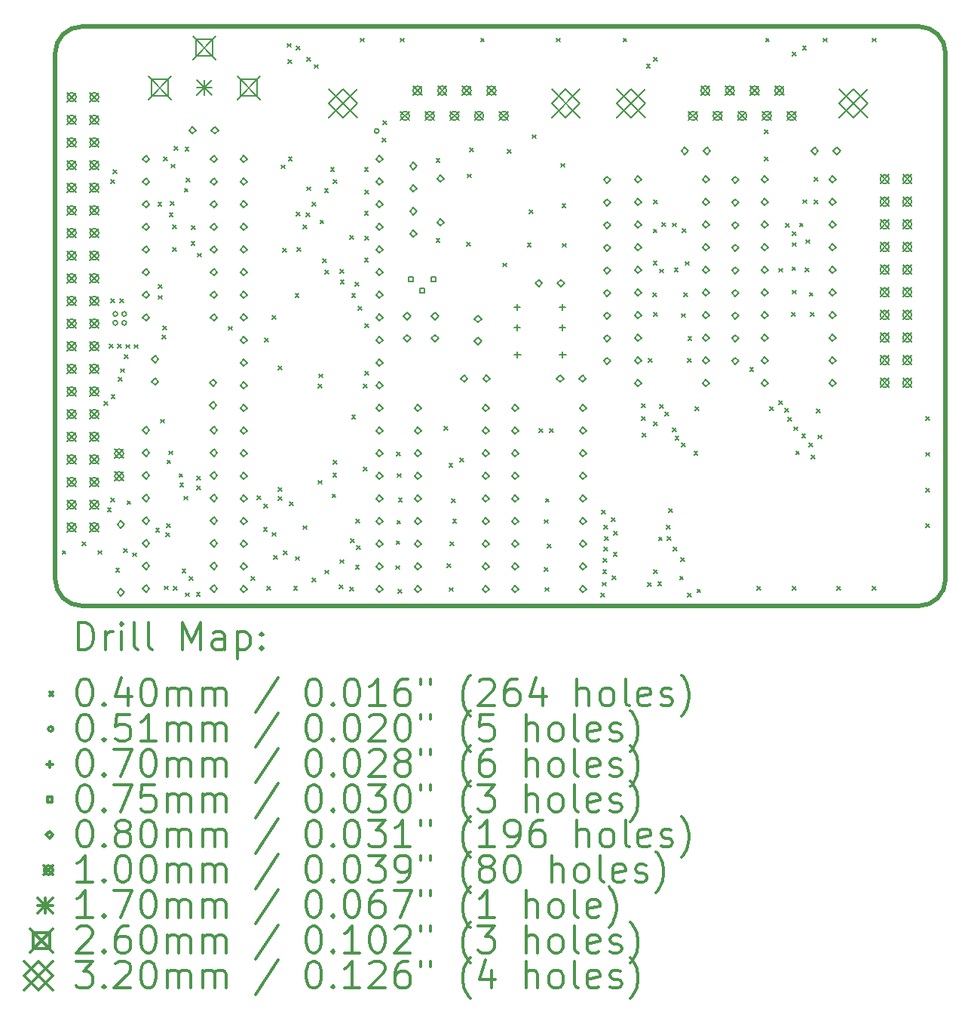
<source format=gbr>
%FSLAX45Y45*%
G04 Gerber Fmt 4.5, Leading zero omitted, Abs format (unit mm)*
G04 Created by KiCad (PCBNEW 5.1.5+dfsg1-2build2) date 2022-11-23 16:28:10*
%MOMM*%
%LPD*%
G04 APERTURE LIST*
%TA.AperFunction,Profile*%
%ADD10C,0.500000*%
%TD*%
%ADD11C,0.200000*%
%ADD12C,0.300000*%
G04 APERTURE END LIST*
D10*
X8800000Y-12000000D02*
G75*
G02X8500000Y-11700000I0J300000D01*
G01*
X18500000Y-11700000D02*
G75*
G02X18200000Y-12000000I-300000J0D01*
G01*
X18200000Y-5500000D02*
G75*
G02X18500000Y-5800000I0J-300000D01*
G01*
X8500000Y-5800000D02*
G75*
G02X8800000Y-5500000I300000J0D01*
G01*
X8500000Y-11700000D02*
X8500000Y-5800000D01*
X18200000Y-12000000D02*
X8800000Y-12000000D01*
X18500000Y-5800000D02*
X18500000Y-11700000D01*
X8800000Y-5500000D02*
X18200000Y-5500000D01*
D11*
X8580000Y-11380000D02*
X8620000Y-11420000D01*
X8620000Y-11380000D02*
X8580000Y-11420000D01*
X8805000Y-11280000D02*
X8845000Y-11320000D01*
X8845000Y-11280000D02*
X8805000Y-11320000D01*
X8980000Y-11380000D02*
X9020000Y-11420000D01*
X9020000Y-11380000D02*
X8980000Y-11420000D01*
X9050000Y-9706000D02*
X9090000Y-9746000D01*
X9090000Y-9706000D02*
X9050000Y-9746000D01*
X9089000Y-10901000D02*
X9129000Y-10941000D01*
X9129000Y-10901000D02*
X9089000Y-10941000D01*
X9110000Y-9065000D02*
X9150000Y-9105000D01*
X9150000Y-9065000D02*
X9110000Y-9105000D01*
X9124000Y-7219000D02*
X9164000Y-7259000D01*
X9164000Y-7219000D02*
X9124000Y-7259000D01*
X9124000Y-8555040D02*
X9164000Y-8595040D01*
X9164000Y-8555040D02*
X9124000Y-8595040D01*
X9127000Y-10792000D02*
X9167000Y-10832000D01*
X9167000Y-10792000D02*
X9127000Y-10832000D01*
X9131000Y-9631000D02*
X9171000Y-9671000D01*
X9171000Y-9631000D02*
X9131000Y-9671000D01*
X9152000Y-7108000D02*
X9192000Y-7148000D01*
X9192000Y-7108000D02*
X9152000Y-7148000D01*
X9180000Y-11580000D02*
X9220000Y-11620000D01*
X9220000Y-11580000D02*
X9180000Y-11620000D01*
X9204000Y-9066000D02*
X9244000Y-9106000D01*
X9244000Y-9066000D02*
X9204000Y-9106000D01*
X9213539Y-9438960D02*
X9253539Y-9478960D01*
X9253539Y-9438960D02*
X9213539Y-9478960D01*
X9229000Y-8555000D02*
X9269000Y-8595000D01*
X9269000Y-8555000D02*
X9229000Y-8595000D01*
X9238000Y-9339000D02*
X9278000Y-9379000D01*
X9278000Y-9339000D02*
X9238000Y-9379000D01*
X9267000Y-11359000D02*
X9307000Y-11399000D01*
X9307000Y-11359000D02*
X9267000Y-11399000D01*
X9276400Y-9179880D02*
X9316400Y-9219880D01*
X9316400Y-9179880D02*
X9276400Y-9219880D01*
X9293000Y-9068000D02*
X9333000Y-9108000D01*
X9333000Y-9068000D02*
X9293000Y-9108000D01*
X9309000Y-10821000D02*
X9349000Y-10861000D01*
X9349000Y-10821000D02*
X9309000Y-10861000D01*
X9372000Y-11405000D02*
X9412000Y-11445000D01*
X9412000Y-11405000D02*
X9372000Y-11445000D01*
X9390000Y-9069000D02*
X9430000Y-9109000D01*
X9430000Y-9069000D02*
X9390000Y-9109000D01*
X9630000Y-11130000D02*
X9670000Y-11170000D01*
X9670000Y-11130000D02*
X9630000Y-11170000D01*
X9655499Y-7473000D02*
X9695499Y-7513000D01*
X9695499Y-7473000D02*
X9655499Y-7513000D01*
X9657000Y-8518000D02*
X9697000Y-8558000D01*
X9697000Y-8518000D02*
X9657000Y-8558000D01*
X9657400Y-8392480D02*
X9697400Y-8432480D01*
X9697400Y-8392480D02*
X9657400Y-8432480D01*
X9687880Y-9906320D02*
X9727880Y-9946320D01*
X9727880Y-9906320D02*
X9687880Y-9946320D01*
X9703000Y-8963000D02*
X9743000Y-9003000D01*
X9743000Y-8963000D02*
X9703000Y-9003000D01*
X9708200Y-8859840D02*
X9748200Y-8899840D01*
X9748200Y-8859840D02*
X9708200Y-8899840D01*
X9718360Y-6965000D02*
X9758360Y-7005000D01*
X9758360Y-6965000D02*
X9718360Y-7005000D01*
X9725000Y-11778000D02*
X9765000Y-11818000D01*
X9765000Y-11778000D02*
X9725000Y-11818000D01*
X9744000Y-11183000D02*
X9784000Y-11223000D01*
X9784000Y-11183000D02*
X9744000Y-11223000D01*
X9754999Y-11080000D02*
X9794999Y-11120000D01*
X9794999Y-11080000D02*
X9754999Y-11120000D01*
X9757000Y-10365000D02*
X9797000Y-10405000D01*
X9797000Y-10365000D02*
X9757000Y-10405000D01*
X9776141Y-10261920D02*
X9816141Y-10301920D01*
X9816141Y-10261920D02*
X9776141Y-10301920D01*
X9781221Y-7589840D02*
X9821221Y-7629840D01*
X9821221Y-7589840D02*
X9781221Y-7629840D01*
X9797000Y-7466000D02*
X9837000Y-7506000D01*
X9837000Y-7466000D02*
X9797000Y-7506000D01*
X9803000Y-7045000D02*
X9843000Y-7085000D01*
X9843000Y-7045000D02*
X9803000Y-7085000D01*
X9819960Y-7981000D02*
X9859960Y-8021000D01*
X9859960Y-7981000D02*
X9819960Y-8021000D01*
X9823000Y-7727000D02*
X9863000Y-7767000D01*
X9863000Y-7727000D02*
X9823000Y-7767000D01*
X9830120Y-11780840D02*
X9870120Y-11820840D01*
X9870120Y-11780840D02*
X9830120Y-11820840D01*
X9840280Y-6843080D02*
X9880280Y-6883080D01*
X9880280Y-6843080D02*
X9840280Y-6883080D01*
X9892981Y-10515920D02*
X9932981Y-10555920D01*
X9932981Y-10515920D02*
X9892981Y-10555920D01*
X9900000Y-10624000D02*
X9940000Y-10664000D01*
X9940000Y-10624000D02*
X9900000Y-10664000D01*
X9927000Y-11590000D02*
X9967000Y-11630000D01*
X9967000Y-11590000D02*
X9927000Y-11630000D01*
X9945059Y-10769920D02*
X9985059Y-10809920D01*
X9985059Y-10769920D02*
X9945059Y-10809920D01*
X9952040Y-7315520D02*
X9992040Y-7355520D01*
X9992040Y-7315520D02*
X9952040Y-7355520D01*
X9959000Y-6857000D02*
X9999000Y-6897000D01*
X9999000Y-6857000D02*
X9959000Y-6897000D01*
X9965000Y-11854000D02*
X10005000Y-11894000D01*
X10005000Y-11854000D02*
X9965000Y-11894000D01*
X9970000Y-7204000D02*
X10010000Y-7244000D01*
X10010000Y-7204000D02*
X9970000Y-7244000D01*
X10007920Y-11674160D02*
X10047920Y-11714160D01*
X10047920Y-11674160D02*
X10007920Y-11714160D01*
X10028240Y-7914960D02*
X10068240Y-7954960D01*
X10068240Y-7914960D02*
X10028240Y-7954960D01*
X10029000Y-7735000D02*
X10069000Y-7775000D01*
X10069000Y-7735000D02*
X10029000Y-7775000D01*
X10087000Y-11849000D02*
X10127000Y-11889000D01*
X10127000Y-11849000D02*
X10087000Y-11889000D01*
X10089000Y-10654000D02*
X10129000Y-10694000D01*
X10129000Y-10654000D02*
X10089000Y-10694000D01*
X10091000Y-10548000D02*
X10131000Y-10588000D01*
X10131000Y-10548000D02*
X10091000Y-10588000D01*
X10097000Y-8045000D02*
X10137000Y-8085000D01*
X10137000Y-8045000D02*
X10097000Y-8085000D01*
X10444800Y-8864920D02*
X10484800Y-8904920D01*
X10484800Y-8864920D02*
X10444800Y-8904920D01*
X10698800Y-11669080D02*
X10738800Y-11709080D01*
X10738800Y-11669080D02*
X10698800Y-11709080D01*
X10771000Y-10766000D02*
X10811000Y-10806000D01*
X10811000Y-10766000D02*
X10771000Y-10806000D01*
X10841000Y-11122000D02*
X10881000Y-11162000D01*
X10881000Y-11122000D02*
X10841000Y-11162000D01*
X10846120Y-10856280D02*
X10886120Y-10896280D01*
X10886120Y-10856280D02*
X10846120Y-10896280D01*
X10851200Y-8997000D02*
X10891200Y-9037000D01*
X10891200Y-8997000D02*
X10851200Y-9037000D01*
X10880000Y-11780000D02*
X10920000Y-11820000D01*
X10920000Y-11780000D02*
X10880000Y-11820000D01*
X10937560Y-8743000D02*
X10977560Y-8783000D01*
X10977560Y-8743000D02*
X10937560Y-8783000D01*
X10937560Y-11176320D02*
X10977560Y-11216320D01*
X10977560Y-11176320D02*
X10937560Y-11216320D01*
X10954000Y-11435000D02*
X10994000Y-11475000D01*
X10994000Y-11435000D02*
X10954000Y-11475000D01*
X11003000Y-10777000D02*
X11043000Y-10817000D01*
X11043000Y-10777000D02*
X11003000Y-10817000D01*
X11004860Y-10672140D02*
X11044860Y-10712140D01*
X11044860Y-10672140D02*
X11004860Y-10712140D01*
X11008680Y-9306880D02*
X11048680Y-9346880D01*
X11048680Y-9306880D02*
X11008680Y-9346880D01*
X11041000Y-7053000D02*
X11081000Y-7093000D01*
X11081000Y-7053000D02*
X11041000Y-7093000D01*
X11054400Y-7991160D02*
X11094400Y-8031160D01*
X11094400Y-7991160D02*
X11054400Y-8031160D01*
X11065820Y-11385860D02*
X11105820Y-11425860D01*
X11105820Y-11385860D02*
X11065820Y-11425860D01*
X11106000Y-5691000D02*
X11146000Y-5731000D01*
X11146000Y-5691000D02*
X11106000Y-5731000D01*
X11116000Y-5874000D02*
X11156000Y-5914000D01*
X11156000Y-5874000D02*
X11116000Y-5914000D01*
X11120440Y-6965000D02*
X11160440Y-7005000D01*
X11160440Y-6965000D02*
X11120440Y-7005000D01*
X11135377Y-10832798D02*
X11175377Y-10872798D01*
X11175377Y-10832798D02*
X11135377Y-10872798D01*
X11180000Y-11780000D02*
X11220000Y-11820000D01*
X11220000Y-11780000D02*
X11180000Y-11820000D01*
X11196640Y-8499160D02*
X11236640Y-8539160D01*
X11236640Y-8499160D02*
X11196640Y-8539160D01*
X11201805Y-11448721D02*
X11241805Y-11488721D01*
X11241805Y-11448721D02*
X11201805Y-11488721D01*
X11207000Y-7585000D02*
X11247000Y-7625000D01*
X11247000Y-7585000D02*
X11207000Y-7625000D01*
X11208000Y-5720000D02*
X11248000Y-5760000D01*
X11248000Y-5720000D02*
X11208000Y-5760000D01*
X11216000Y-7982000D02*
X11256000Y-8022000D01*
X11256000Y-7982000D02*
X11216000Y-8022000D01*
X11288080Y-7727000D02*
X11328080Y-7767000D01*
X11328080Y-7727000D02*
X11288080Y-7767000D01*
X11288080Y-11100120D02*
X11328080Y-11140120D01*
X11328080Y-11100120D02*
X11288080Y-11140120D01*
X11316000Y-7590000D02*
X11356000Y-7630000D01*
X11356000Y-7590000D02*
X11316000Y-7630000D01*
X11327000Y-5844000D02*
X11367000Y-5884000D01*
X11367000Y-5844000D02*
X11327000Y-5884000D01*
X11328000Y-7300000D02*
X11368000Y-7340000D01*
X11368000Y-7300000D02*
X11328000Y-7340000D01*
X11389680Y-7473000D02*
X11429680Y-7513000D01*
X11429680Y-7473000D02*
X11389680Y-7513000D01*
X11389680Y-11689400D02*
X11429680Y-11729400D01*
X11429680Y-11689400D02*
X11389680Y-11729400D01*
X11411000Y-5928000D02*
X11451000Y-5968000D01*
X11451000Y-5928000D02*
X11411000Y-5968000D01*
X11455720Y-9510080D02*
X11495720Y-9550080D01*
X11495720Y-9510080D02*
X11455720Y-9550080D01*
X11455720Y-10592120D02*
X11495720Y-10632120D01*
X11495720Y-10592120D02*
X11455720Y-10632120D01*
X11460000Y-9399000D02*
X11500000Y-9439000D01*
X11500000Y-9399000D02*
X11460000Y-9439000D01*
X11475000Y-7671000D02*
X11515000Y-7711000D01*
X11515000Y-7671000D02*
X11475000Y-7711000D01*
X11508000Y-8109000D02*
X11548000Y-8149000D01*
X11548000Y-8109000D02*
X11508000Y-8149000D01*
X11526000Y-7322000D02*
X11566000Y-7362000D01*
X11566000Y-7322000D02*
X11526000Y-7362000D01*
X11531920Y-8235000D02*
X11571920Y-8275000D01*
X11571920Y-8235000D02*
X11531920Y-8275000D01*
X11532408Y-11599861D02*
X11572408Y-11639861D01*
X11572408Y-11599861D02*
X11532408Y-11639861D01*
X11595000Y-7085000D02*
X11635000Y-7125000D01*
X11635000Y-7085000D02*
X11595000Y-7125000D01*
X11611000Y-10744000D02*
X11651000Y-10784000D01*
X11651000Y-10744000D02*
X11611000Y-10784000D01*
X11620000Y-10513000D02*
X11660000Y-10553000D01*
X11660000Y-10513000D02*
X11620000Y-10553000D01*
X11623360Y-7219000D02*
X11663360Y-7259000D01*
X11663360Y-7219000D02*
X11623360Y-7259000D01*
X11624620Y-10369860D02*
X11664620Y-10409860D01*
X11664620Y-10369860D02*
X11624620Y-10409860D01*
X11694000Y-11763000D02*
X11734000Y-11803000D01*
X11734000Y-11763000D02*
X11694000Y-11803000D01*
X11699560Y-11481120D02*
X11739560Y-11521120D01*
X11739560Y-11481120D02*
X11699560Y-11521120D01*
X11703000Y-8229000D02*
X11743000Y-8269000D01*
X11743000Y-8229000D02*
X11703000Y-8269000D01*
X11704640Y-8341680D02*
X11744640Y-8381680D01*
X11744640Y-8341680D02*
X11704640Y-8381680D01*
X11811320Y-7843840D02*
X11851320Y-7883840D01*
X11851320Y-7843840D02*
X11811320Y-7883840D01*
X11811320Y-11791000D02*
X11851320Y-11831000D01*
X11851320Y-11791000D02*
X11811320Y-11831000D01*
X11816400Y-11247440D02*
X11856400Y-11287440D01*
X11856400Y-11247440D02*
X11816400Y-11287440D01*
X11831640Y-8499160D02*
X11871640Y-8539160D01*
X11871640Y-8499160D02*
X11831640Y-8539160D01*
X11831640Y-9860600D02*
X11871640Y-9900600D01*
X11871640Y-9860600D02*
X11831640Y-9900600D01*
X11870000Y-8373000D02*
X11910000Y-8413000D01*
X11910000Y-8373000D02*
X11870000Y-8413000D01*
X11874181Y-11543981D02*
X11914181Y-11583981D01*
X11914181Y-11543981D02*
X11874181Y-11583981D01*
X11879261Y-11029000D02*
X11919261Y-11069000D01*
X11919261Y-11029000D02*
X11879261Y-11069000D01*
X11887520Y-11323640D02*
X11927520Y-11363640D01*
X11927520Y-11323640D02*
X11887520Y-11363640D01*
X11901500Y-8640140D02*
X11941500Y-8680140D01*
X11941500Y-8640140D02*
X11901500Y-8680140D01*
X11930000Y-5630000D02*
X11970000Y-5670000D01*
X11970000Y-5630000D02*
X11930000Y-5670000D01*
X11964361Y-9512229D02*
X12004361Y-9552229D01*
X12004361Y-9512229D02*
X11964361Y-9552229D01*
X11964361Y-10443867D02*
X12004361Y-10483867D01*
X12004361Y-10443867D02*
X11964361Y-10483867D01*
X11974000Y-7577000D02*
X12014000Y-7617000D01*
X12014000Y-7577000D02*
X11974000Y-7617000D01*
X11974000Y-8100000D02*
X12014000Y-8140000D01*
X12014000Y-8100000D02*
X11974000Y-8140000D01*
X11975000Y-7085000D02*
X12015000Y-7125000D01*
X12015000Y-7085000D02*
X11975000Y-7125000D01*
X11977000Y-7339000D02*
X12017000Y-7379000D01*
X12017000Y-7339000D02*
X11977000Y-7379000D01*
X11978000Y-7856000D02*
X12018000Y-7896000D01*
X12018000Y-7856000D02*
X11978000Y-7896000D01*
X11979000Y-8833000D02*
X12019000Y-8873000D01*
X12019000Y-8833000D02*
X11979000Y-8873000D01*
X11979000Y-9370000D02*
X12019000Y-9410000D01*
X12019000Y-9370000D02*
X11979000Y-9410000D01*
X12175000Y-6751000D02*
X12215000Y-6791000D01*
X12215000Y-6751000D02*
X12175000Y-6791000D01*
X12182000Y-6556000D02*
X12222000Y-6596000D01*
X12222000Y-6556000D02*
X12182000Y-6596000D01*
X12327000Y-11550000D02*
X12367000Y-11590000D01*
X12367000Y-11550000D02*
X12327000Y-11590000D01*
X12330000Y-11271000D02*
X12370000Y-11311000D01*
X12370000Y-11271000D02*
X12330000Y-11311000D01*
X12335000Y-10276000D02*
X12375000Y-10316000D01*
X12375000Y-10276000D02*
X12335000Y-10316000D01*
X12340000Y-11041000D02*
X12380000Y-11081000D01*
X12380000Y-11041000D02*
X12340000Y-11081000D01*
X12346000Y-10516000D02*
X12386000Y-10556000D01*
X12386000Y-10516000D02*
X12346000Y-10556000D01*
X12351000Y-11815000D02*
X12391000Y-11855000D01*
X12391000Y-11815000D02*
X12351000Y-11855000D01*
X12357000Y-10789000D02*
X12397000Y-10829000D01*
X12397000Y-10789000D02*
X12357000Y-10829000D01*
X12380000Y-5630000D02*
X12420000Y-5670000D01*
X12420000Y-5630000D02*
X12380000Y-5670000D01*
X12780000Y-6980000D02*
X12820000Y-7020000D01*
X12820000Y-6980000D02*
X12780000Y-7020000D01*
X12780000Y-7880000D02*
X12820000Y-7920000D01*
X12820000Y-7880000D02*
X12780000Y-7920000D01*
X12866000Y-9985000D02*
X12906000Y-10025000D01*
X12906000Y-9985000D02*
X12866000Y-10025000D01*
X12904000Y-11529000D02*
X12944000Y-11569000D01*
X12944000Y-11529000D02*
X12904000Y-11569000D01*
X12923840Y-10399080D02*
X12963840Y-10439080D01*
X12963840Y-10399080D02*
X12923840Y-10439080D01*
X12927000Y-11796000D02*
X12967000Y-11836000D01*
X12967000Y-11796000D02*
X12927000Y-11836000D01*
X12938000Y-11282000D02*
X12978000Y-11322000D01*
X12978000Y-11282000D02*
X12938000Y-11322000D01*
X12955000Y-10802000D02*
X12995000Y-10842000D01*
X12995000Y-10802000D02*
X12955000Y-10842000D01*
X12965000Y-11031000D02*
X13005000Y-11071000D01*
X13005000Y-11031000D02*
X12965000Y-11071000D01*
X13045000Y-10344000D02*
X13085000Y-10384000D01*
X13085000Y-10344000D02*
X13045000Y-10384000D01*
X13120000Y-7924000D02*
X13160000Y-7964000D01*
X13160000Y-7924000D02*
X13120000Y-7964000D01*
X13132000Y-7154000D02*
X13172000Y-7194000D01*
X13172000Y-7154000D02*
X13132000Y-7194000D01*
X13158000Y-6860000D02*
X13198000Y-6900000D01*
X13198000Y-6860000D02*
X13158000Y-6900000D01*
X13280000Y-5630000D02*
X13320000Y-5670000D01*
X13320000Y-5630000D02*
X13280000Y-5670000D01*
X13530000Y-8154000D02*
X13570000Y-8194000D01*
X13570000Y-8154000D02*
X13530000Y-8194000D01*
X13578000Y-6878000D02*
X13618000Y-6918000D01*
X13618000Y-6878000D02*
X13578000Y-6918000D01*
X13805000Y-7928000D02*
X13845000Y-7968000D01*
X13845000Y-7928000D02*
X13805000Y-7968000D01*
X13823000Y-7555000D02*
X13863000Y-7595000D01*
X13863000Y-7555000D02*
X13823000Y-7595000D01*
X13857000Y-6716000D02*
X13897000Y-6756000D01*
X13897000Y-6716000D02*
X13857000Y-6756000D01*
X13933000Y-10012000D02*
X13973000Y-10052000D01*
X13973000Y-10012000D02*
X13933000Y-10052000D01*
X13992000Y-11034000D02*
X14032000Y-11074000D01*
X14032000Y-11034000D02*
X13992000Y-11074000D01*
X13995000Y-11569000D02*
X14035000Y-11609000D01*
X14035000Y-11569000D02*
X13995000Y-11609000D01*
X14003000Y-11796000D02*
X14043000Y-11836000D01*
X14043000Y-11796000D02*
X14003000Y-11836000D01*
X14008000Y-10795000D02*
X14048000Y-10835000D01*
X14048000Y-10795000D02*
X14008000Y-10835000D01*
X14026000Y-11306000D02*
X14066000Y-11346000D01*
X14066000Y-11306000D02*
X14026000Y-11346000D01*
X14051600Y-10013000D02*
X14091600Y-10053000D01*
X14091600Y-10013000D02*
X14051600Y-10053000D01*
X14130000Y-5630000D02*
X14170000Y-5670000D01*
X14170000Y-5630000D02*
X14130000Y-5670000D01*
X14179000Y-7037000D02*
X14219000Y-7077000D01*
X14219000Y-7037000D02*
X14179000Y-7077000D01*
X14193000Y-7492000D02*
X14233000Y-7532000D01*
X14233000Y-7492000D02*
X14193000Y-7532000D01*
X14198000Y-7933000D02*
X14238000Y-7973000D01*
X14238000Y-7933000D02*
X14198000Y-7973000D01*
X14630720Y-11857040D02*
X14670720Y-11897040D01*
X14670720Y-11857040D02*
X14630720Y-11897040D01*
X14640000Y-10930000D02*
X14680000Y-10970000D01*
X14680000Y-10930000D02*
X14640000Y-10970000D01*
X14645960Y-11735120D02*
X14685960Y-11775120D01*
X14685960Y-11735120D02*
X14645960Y-11775120D01*
X14650000Y-11595000D02*
X14690000Y-11635000D01*
X14690000Y-11595000D02*
X14650000Y-11635000D01*
X14656120Y-11470960D02*
X14696120Y-11510960D01*
X14696120Y-11470960D02*
X14656120Y-11510960D01*
X14666280Y-11095040D02*
X14706280Y-11135040D01*
X14706280Y-11095040D02*
X14666280Y-11135040D01*
X14666280Y-11338880D02*
X14706280Y-11378880D01*
X14706280Y-11338880D02*
X14666280Y-11378880D01*
X14671360Y-11222040D02*
X14711360Y-11262040D01*
X14711360Y-11222040D02*
X14671360Y-11262040D01*
X14749000Y-11009000D02*
X14789000Y-11049000D01*
X14789000Y-11009000D02*
X14749000Y-11049000D01*
X14758000Y-11666000D02*
X14798000Y-11706000D01*
X14798000Y-11666000D02*
X14758000Y-11706000D01*
X14770000Y-11402000D02*
X14810000Y-11442000D01*
X14810000Y-11402000D02*
X14770000Y-11442000D01*
X14772000Y-11162000D02*
X14812000Y-11202000D01*
X14812000Y-11162000D02*
X14772000Y-11202000D01*
X14880000Y-5630000D02*
X14920000Y-5670000D01*
X14920000Y-5630000D02*
X14880000Y-5670000D01*
X15084000Y-9732000D02*
X15124000Y-9772000D01*
X15124000Y-9732000D02*
X15084000Y-9772000D01*
X15089000Y-9875000D02*
X15129000Y-9915000D01*
X15129000Y-9875000D02*
X15089000Y-9915000D01*
X15093000Y-10063000D02*
X15133000Y-10103000D01*
X15133000Y-10063000D02*
X15093000Y-10103000D01*
X15141000Y-5922000D02*
X15181000Y-5962000D01*
X15181000Y-5922000D02*
X15141000Y-5962000D01*
X15152057Y-11738297D02*
X15192057Y-11778297D01*
X15192057Y-11738297D02*
X15152057Y-11778297D01*
X15162057Y-9224160D02*
X15202057Y-9264160D01*
X15202057Y-9224160D02*
X15162057Y-9264160D01*
X15213000Y-8487000D02*
X15253000Y-8527000D01*
X15253000Y-8487000D02*
X15213000Y-8527000D01*
X15217000Y-7774000D02*
X15257000Y-7814000D01*
X15257000Y-7774000D02*
X15217000Y-7814000D01*
X15217000Y-8131000D02*
X15257000Y-8171000D01*
X15257000Y-8131000D02*
X15217000Y-8171000D01*
X15220000Y-7449000D02*
X15260000Y-7489000D01*
X15260000Y-7449000D02*
X15220000Y-7489000D01*
X15223000Y-5844000D02*
X15263000Y-5884000D01*
X15263000Y-5844000D02*
X15223000Y-5884000D01*
X15224918Y-11597960D02*
X15264918Y-11637960D01*
X15264918Y-11597960D02*
X15224918Y-11637960D01*
X15224920Y-8711080D02*
X15264920Y-8751080D01*
X15264920Y-8711080D02*
X15224920Y-8751080D01*
X15224920Y-9935360D02*
X15264920Y-9975360D01*
X15264920Y-9935360D02*
X15224920Y-9975360D01*
X15269000Y-11731000D02*
X15309000Y-11771000D01*
X15309000Y-11731000D02*
X15269000Y-11771000D01*
X15277781Y-11227120D02*
X15317781Y-11267120D01*
X15317781Y-11227120D02*
X15277781Y-11267120D01*
X15286887Y-8221979D02*
X15326887Y-8261979D01*
X15326887Y-8221979D02*
X15286887Y-8261979D01*
X15289059Y-9738965D02*
X15329059Y-9778965D01*
X15329059Y-9738965D02*
X15289059Y-9778965D01*
X15316360Y-7700160D02*
X15356360Y-7740160D01*
X15356360Y-7700160D02*
X15316360Y-7740160D01*
X15351920Y-9823599D02*
X15391920Y-9863599D01*
X15391920Y-9823599D02*
X15351920Y-9863599D01*
X15369061Y-11095040D02*
X15409061Y-11135040D01*
X15409061Y-11095040D02*
X15369061Y-11135040D01*
X15377000Y-11226000D02*
X15417000Y-11266000D01*
X15417000Y-11226000D02*
X15377000Y-11266000D01*
X15391382Y-10911387D02*
X15431382Y-10951387D01*
X15431382Y-10911387D02*
X15391382Y-10951387D01*
X15431921Y-10002679D02*
X15471921Y-10042679D01*
X15471921Y-10002679D02*
X15431921Y-10042679D01*
X15433200Y-7705240D02*
X15473200Y-7745240D01*
X15473200Y-7705240D02*
X15433200Y-7745240D01*
X15443520Y-11338880D02*
X15483520Y-11378880D01*
X15483520Y-11338880D02*
X15443520Y-11378880D01*
X15456061Y-8208160D02*
X15496061Y-8248160D01*
X15496061Y-8208160D02*
X15456061Y-8248160D01*
X15464242Y-10097358D02*
X15504242Y-10137358D01*
X15504242Y-10097358D02*
X15464242Y-10137358D01*
X15515000Y-11669000D02*
X15555000Y-11709000D01*
X15555000Y-11669000D02*
X15515000Y-11709000D01*
X15524800Y-11460800D02*
X15564800Y-11500800D01*
X15564800Y-11460800D02*
X15524800Y-11500800D01*
X15534800Y-8721240D02*
X15574800Y-8761240D01*
X15574800Y-8721240D02*
X15534800Y-8761240D01*
X15534800Y-10174120D02*
X15574800Y-10214120D01*
X15574800Y-10174120D02*
X15534800Y-10214120D01*
X15546000Y-7769000D02*
X15586000Y-7809000D01*
X15586000Y-7769000D02*
X15546000Y-7809000D01*
X15563000Y-8486000D02*
X15603000Y-8526000D01*
X15603000Y-8486000D02*
X15563000Y-8526000D01*
X15575000Y-8137000D02*
X15615000Y-8177000D01*
X15615000Y-8137000D02*
X15575000Y-8177000D01*
X15600840Y-9224160D02*
X15640840Y-9264160D01*
X15640840Y-9224160D02*
X15600840Y-9264160D01*
X15601000Y-11857040D02*
X15641000Y-11897040D01*
X15641000Y-11857040D02*
X15601000Y-11897040D01*
X15608000Y-8980000D02*
X15648000Y-9020000D01*
X15648000Y-8980000D02*
X15608000Y-9020000D01*
X15674000Y-10268000D02*
X15714000Y-10308000D01*
X15714000Y-10268000D02*
X15674000Y-10308000D01*
X15685000Y-9768000D02*
X15725000Y-9808000D01*
X15725000Y-9768000D02*
X15685000Y-9808000D01*
X15708000Y-11812000D02*
X15748000Y-11852000D01*
X15748000Y-11812000D02*
X15708000Y-11852000D01*
X16300600Y-9329560D02*
X16340600Y-9369560D01*
X16340600Y-9329560D02*
X16300600Y-9369560D01*
X16380000Y-11780000D02*
X16420000Y-11820000D01*
X16420000Y-11780000D02*
X16380000Y-11820000D01*
X16466000Y-6964000D02*
X16506000Y-7004000D01*
X16506000Y-6964000D02*
X16466000Y-7004000D01*
X16469000Y-6658000D02*
X16509000Y-6698000D01*
X16509000Y-6658000D02*
X16469000Y-6698000D01*
X16480000Y-5630000D02*
X16520000Y-5670000D01*
X16520000Y-5630000D02*
X16480000Y-5670000D01*
X16527000Y-9766000D02*
X16567000Y-9806000D01*
X16567000Y-9766000D02*
X16527000Y-9806000D01*
X16627000Y-8213240D02*
X16667000Y-8253240D01*
X16667000Y-8213240D02*
X16627000Y-8253240D01*
X16627000Y-9701680D02*
X16667000Y-9741680D01*
X16667000Y-9701680D02*
X16627000Y-9741680D01*
X16698120Y-9782960D02*
X16738120Y-9822960D01*
X16738120Y-9782960D02*
X16698120Y-9822960D01*
X16703200Y-7710320D02*
X16743200Y-7750320D01*
X16743200Y-7710320D02*
X16703200Y-7750320D01*
X16728600Y-9884560D02*
X16768600Y-9924560D01*
X16768600Y-9884560D02*
X16728600Y-9924560D01*
X16774320Y-8711080D02*
X16814320Y-8751080D01*
X16814320Y-8711080D02*
X16774320Y-8751080D01*
X16775000Y-8196000D02*
X16815000Y-8236000D01*
X16815000Y-8196000D02*
X16775000Y-8236000D01*
X16777000Y-8459000D02*
X16817000Y-8499000D01*
X16817000Y-8459000D02*
X16777000Y-8499000D01*
X16780000Y-5790000D02*
X16820000Y-5830000D01*
X16820000Y-5790000D02*
X16780000Y-5830000D01*
X16780000Y-7926000D02*
X16820000Y-7966000D01*
X16820000Y-7926000D02*
X16780000Y-7966000D01*
X16780000Y-11780000D02*
X16820000Y-11820000D01*
X16820000Y-11780000D02*
X16780000Y-11820000D01*
X16781301Y-7803020D02*
X16821301Y-7843020D01*
X16821301Y-7803020D02*
X16781301Y-7843020D01*
X16799720Y-9991240D02*
X16839720Y-10031240D01*
X16839720Y-9991240D02*
X16799720Y-10031240D01*
X16818000Y-10262000D02*
X16858000Y-10302000D01*
X16858000Y-10262000D02*
X16818000Y-10302000D01*
X16860680Y-7705240D02*
X16900680Y-7745240D01*
X16900680Y-7705240D02*
X16860680Y-7745240D01*
X16886683Y-10072962D02*
X16926683Y-10112962D01*
X16926683Y-10072962D02*
X16886683Y-10112962D01*
X16895000Y-5720000D02*
X16935000Y-5760000D01*
X16935000Y-5720000D02*
X16895000Y-5760000D01*
X16896000Y-7443000D02*
X16936000Y-7483000D01*
X16936000Y-7443000D02*
X16896000Y-7483000D01*
X16921640Y-8208160D02*
X16961640Y-8248160D01*
X16961640Y-8208160D02*
X16921640Y-8248160D01*
X16933000Y-7891000D02*
X16973000Y-7931000D01*
X16973000Y-7891000D02*
X16933000Y-7931000D01*
X16967360Y-10174120D02*
X17007360Y-10214120D01*
X17007360Y-10174120D02*
X16967360Y-10214120D01*
X16970000Y-8485000D02*
X17010000Y-8525000D01*
X17010000Y-8485000D02*
X16970000Y-8525000D01*
X16982600Y-8711080D02*
X17022600Y-8751080D01*
X17022600Y-8711080D02*
X16982600Y-8751080D01*
X16992000Y-10307000D02*
X17032000Y-10347000D01*
X17032000Y-10307000D02*
X16992000Y-10347000D01*
X17028000Y-7195000D02*
X17068000Y-7235000D01*
X17068000Y-7195000D02*
X17028000Y-7235000D01*
X17028000Y-7449000D02*
X17068000Y-7489000D01*
X17068000Y-7449000D02*
X17028000Y-7489000D01*
X17050000Y-9791000D02*
X17090000Y-9831000D01*
X17090000Y-9791000D02*
X17050000Y-9831000D01*
X17068000Y-10084000D02*
X17108000Y-10124000D01*
X17108000Y-10084000D02*
X17068000Y-10124000D01*
X17130000Y-5630000D02*
X17170000Y-5670000D01*
X17170000Y-5630000D02*
X17130000Y-5670000D01*
X17280000Y-11780000D02*
X17320000Y-11820000D01*
X17320000Y-11780000D02*
X17280000Y-11820000D01*
X17680000Y-5630000D02*
X17720000Y-5670000D01*
X17720000Y-5630000D02*
X17680000Y-5670000D01*
X17680000Y-11780000D02*
X17720000Y-11820000D01*
X17720000Y-11780000D02*
X17680000Y-11820000D01*
X18280000Y-9880000D02*
X18320000Y-9920000D01*
X18320000Y-9880000D02*
X18280000Y-9920000D01*
X18280000Y-10280000D02*
X18320000Y-10320000D01*
X18320000Y-10280000D02*
X18280000Y-10320000D01*
X18280000Y-10680000D02*
X18320000Y-10720000D01*
X18320000Y-10680000D02*
X18280000Y-10720000D01*
X18280000Y-11080000D02*
X18320000Y-11120000D01*
X18320000Y-11080000D02*
X18280000Y-11120000D01*
X9200400Y-8725000D02*
G75*
G03X9200400Y-8725000I-25400J0D01*
G01*
X9200400Y-8825000D02*
G75*
G03X9200400Y-8825000I-25400J0D01*
G01*
X9300400Y-8725000D02*
G75*
G03X9300400Y-8725000I-25400J0D01*
G01*
X9300400Y-8825000D02*
G75*
G03X9300400Y-8825000I-25400J0D01*
G01*
X12136400Y-6673000D02*
G75*
G03X12136400Y-6673000I-25400J0D01*
G01*
X13690000Y-8615000D02*
X13690000Y-8685000D01*
X13655000Y-8650000D02*
X13725000Y-8650000D01*
X14198000Y-8615000D02*
X14198000Y-8685000D01*
X14163000Y-8650000D02*
X14233000Y-8650000D01*
X13690600Y-8845000D02*
X13690600Y-8915000D01*
X13655600Y-8880000D02*
X13725600Y-8880000D01*
X14198600Y-8845000D02*
X14198600Y-8915000D01*
X14163600Y-8880000D02*
X14233600Y-8880000D01*
X13692000Y-9145000D02*
X13692000Y-9215000D01*
X13657000Y-9180000D02*
X13727000Y-9180000D01*
X14200000Y-9145000D02*
X14200000Y-9215000D01*
X14165000Y-9180000D02*
X14235000Y-9180000D01*
X12523317Y-8364067D02*
X12523317Y-8311033D01*
X12470283Y-8311033D01*
X12470283Y-8364067D01*
X12523317Y-8364067D01*
X12649317Y-8491067D02*
X12649317Y-8438033D01*
X12596283Y-8438033D01*
X12596283Y-8491067D01*
X12649317Y-8491067D01*
X12777317Y-8364067D02*
X12777317Y-8311033D01*
X12724283Y-8311033D01*
X12724283Y-8364067D01*
X12777317Y-8364067D01*
X12522200Y-7613200D02*
X12562200Y-7573200D01*
X12522200Y-7533200D01*
X12482200Y-7573200D01*
X12522200Y-7613200D01*
X12522200Y-7863200D02*
X12562200Y-7823200D01*
X12522200Y-7783200D01*
X12482200Y-7823200D01*
X12522200Y-7863200D01*
X9238000Y-11128000D02*
X9278000Y-11088000D01*
X9238000Y-11048000D01*
X9198000Y-11088000D01*
X9238000Y-11128000D01*
X9238000Y-11890000D02*
X9278000Y-11850000D01*
X9238000Y-11810000D01*
X9198000Y-11850000D01*
X9238000Y-11890000D01*
X10042080Y-6704960D02*
X10082080Y-6664960D01*
X10042080Y-6624960D01*
X10002080Y-6664960D01*
X10042080Y-6704960D01*
X10292080Y-6704960D02*
X10332080Y-6664960D01*
X10292080Y-6624960D01*
X10252080Y-6664960D01*
X10292080Y-6704960D01*
X15046800Y-7254700D02*
X15086800Y-7214700D01*
X15046800Y-7174700D01*
X15006800Y-7214700D01*
X15046800Y-7254700D01*
X15046800Y-7508700D02*
X15086800Y-7468700D01*
X15046800Y-7428700D01*
X15006800Y-7468700D01*
X15046800Y-7508700D01*
X15046800Y-7762700D02*
X15086800Y-7722700D01*
X15046800Y-7682700D01*
X15006800Y-7722700D01*
X15046800Y-7762700D01*
X15046800Y-8016700D02*
X15086800Y-7976700D01*
X15046800Y-7936700D01*
X15006800Y-7976700D01*
X15046800Y-8016700D01*
X15046800Y-8270700D02*
X15086800Y-8230700D01*
X15046800Y-8190700D01*
X15006800Y-8230700D01*
X15046800Y-8270700D01*
X15046800Y-8524700D02*
X15086800Y-8484700D01*
X15046800Y-8444700D01*
X15006800Y-8484700D01*
X15046800Y-8524700D01*
X15046800Y-8778700D02*
X15086800Y-8738700D01*
X15046800Y-8698700D01*
X15006800Y-8738700D01*
X15046800Y-8778700D01*
X15046800Y-9032700D02*
X15086800Y-8992700D01*
X15046800Y-8952700D01*
X15006800Y-8992700D01*
X15046800Y-9032700D01*
X15046800Y-9286700D02*
X15086800Y-9246700D01*
X15046800Y-9206700D01*
X15006800Y-9246700D01*
X15046800Y-9286700D01*
X15046800Y-9540700D02*
X15086800Y-9500700D01*
X15046800Y-9460700D01*
X15006800Y-9500700D01*
X15046800Y-9540700D01*
X15808800Y-7254700D02*
X15848800Y-7214700D01*
X15808800Y-7174700D01*
X15768800Y-7214700D01*
X15808800Y-7254700D01*
X15808800Y-7508700D02*
X15848800Y-7468700D01*
X15808800Y-7428700D01*
X15768800Y-7468700D01*
X15808800Y-7508700D01*
X15808800Y-7762700D02*
X15848800Y-7722700D01*
X15808800Y-7682700D01*
X15768800Y-7722700D01*
X15808800Y-7762700D01*
X15808800Y-8016700D02*
X15848800Y-7976700D01*
X15808800Y-7936700D01*
X15768800Y-7976700D01*
X15808800Y-8016700D01*
X15808800Y-8270700D02*
X15848800Y-8230700D01*
X15808800Y-8190700D01*
X15768800Y-8230700D01*
X15808800Y-8270700D01*
X15808800Y-8524700D02*
X15848800Y-8484700D01*
X15808800Y-8444700D01*
X15768800Y-8484700D01*
X15808800Y-8524700D01*
X15808800Y-8778700D02*
X15848800Y-8738700D01*
X15808800Y-8698700D01*
X15768800Y-8738700D01*
X15808800Y-8778700D01*
X15808800Y-9032700D02*
X15848800Y-8992700D01*
X15808800Y-8952700D01*
X15768800Y-8992700D01*
X15808800Y-9032700D01*
X15808800Y-9286700D02*
X15848800Y-9246700D01*
X15808800Y-9206700D01*
X15768800Y-9246700D01*
X15808800Y-9286700D01*
X15808800Y-9540700D02*
X15848800Y-9500700D01*
X15808800Y-9460700D01*
X15768800Y-9500700D01*
X15808800Y-9540700D01*
X14700000Y-7260000D02*
X14740000Y-7220000D01*
X14700000Y-7180000D01*
X14660000Y-7220000D01*
X14700000Y-7260000D01*
X14700000Y-7514000D02*
X14740000Y-7474000D01*
X14700000Y-7434000D01*
X14660000Y-7474000D01*
X14700000Y-7514000D01*
X14700000Y-7768000D02*
X14740000Y-7728000D01*
X14700000Y-7688000D01*
X14660000Y-7728000D01*
X14700000Y-7768000D01*
X14700000Y-8022000D02*
X14740000Y-7982000D01*
X14700000Y-7942000D01*
X14660000Y-7982000D01*
X14700000Y-8022000D01*
X14700000Y-8276000D02*
X14740000Y-8236000D01*
X14700000Y-8196000D01*
X14660000Y-8236000D01*
X14700000Y-8276000D01*
X14700000Y-8530000D02*
X14740000Y-8490000D01*
X14700000Y-8450000D01*
X14660000Y-8490000D01*
X14700000Y-8530000D01*
X14700000Y-8784000D02*
X14740000Y-8744000D01*
X14700000Y-8704000D01*
X14660000Y-8744000D01*
X14700000Y-8784000D01*
X14700000Y-9038000D02*
X14740000Y-8998000D01*
X14700000Y-8958000D01*
X14660000Y-8998000D01*
X14700000Y-9038000D01*
X14700000Y-9292000D02*
X14740000Y-9252000D01*
X14700000Y-9212000D01*
X14660000Y-9252000D01*
X14700000Y-9292000D01*
X13248000Y-8821000D02*
X13288000Y-8781000D01*
X13248000Y-8741000D01*
X13208000Y-8781000D01*
X13248000Y-8821000D01*
X13248000Y-9071000D02*
X13288000Y-9031000D01*
X13248000Y-8991000D01*
X13208000Y-9031000D01*
X13248000Y-9071000D01*
X16139000Y-7261050D02*
X16179000Y-7221050D01*
X16139000Y-7181050D01*
X16099000Y-7221050D01*
X16139000Y-7261050D01*
X16139000Y-7515050D02*
X16179000Y-7475050D01*
X16139000Y-7435050D01*
X16099000Y-7475050D01*
X16139000Y-7515050D01*
X16139000Y-7769050D02*
X16179000Y-7729050D01*
X16139000Y-7689050D01*
X16099000Y-7729050D01*
X16139000Y-7769050D01*
X16139000Y-8023050D02*
X16179000Y-7983050D01*
X16139000Y-7943050D01*
X16099000Y-7983050D01*
X16139000Y-8023050D01*
X16139000Y-8277050D02*
X16179000Y-8237050D01*
X16139000Y-8197050D01*
X16099000Y-8237050D01*
X16139000Y-8277050D01*
X16139000Y-8531050D02*
X16179000Y-8491050D01*
X16139000Y-8451050D01*
X16099000Y-8491050D01*
X16139000Y-8531050D01*
X16139000Y-8785050D02*
X16179000Y-8745050D01*
X16139000Y-8705050D01*
X16099000Y-8745050D01*
X16139000Y-8785050D01*
X16139000Y-9039050D02*
X16179000Y-8999050D01*
X16139000Y-8959050D01*
X16099000Y-8999050D01*
X16139000Y-9039050D01*
X16139000Y-9293050D02*
X16179000Y-9253050D01*
X16139000Y-9213050D01*
X16099000Y-9253050D01*
X16139000Y-9293050D01*
X13930000Y-8420000D02*
X13970000Y-8380000D01*
X13930000Y-8340000D01*
X13890000Y-8380000D01*
X13930000Y-8420000D01*
X14180000Y-8420000D02*
X14220000Y-8380000D01*
X14180000Y-8340000D01*
X14140000Y-8380000D01*
X14180000Y-8420000D01*
X15570000Y-6935000D02*
X15610000Y-6895000D01*
X15570000Y-6855000D01*
X15530000Y-6895000D01*
X15570000Y-6935000D01*
X15820000Y-6935000D02*
X15860000Y-6895000D01*
X15820000Y-6855000D01*
X15780000Y-6895000D01*
X15820000Y-6935000D01*
X9620250Y-9272900D02*
X9660250Y-9232900D01*
X9620250Y-9192900D01*
X9580250Y-9232900D01*
X9620250Y-9272900D01*
X9620250Y-9522900D02*
X9660250Y-9482900D01*
X9620250Y-9442900D01*
X9580250Y-9482900D01*
X9620250Y-9522900D01*
X13093700Y-9488800D02*
X13133700Y-9448800D01*
X13093700Y-9408800D01*
X13053700Y-9448800D01*
X13093700Y-9488800D01*
X13343700Y-9488800D02*
X13383700Y-9448800D01*
X13343700Y-9408800D01*
X13303700Y-9448800D01*
X13343700Y-9488800D01*
X12766000Y-8789000D02*
X12806000Y-8749000D01*
X12766000Y-8709000D01*
X12726000Y-8749000D01*
X12766000Y-8789000D01*
X12766000Y-9039000D02*
X12806000Y-8999000D01*
X12766000Y-8959000D01*
X12726000Y-8999000D01*
X12766000Y-9039000D01*
X9518650Y-7025000D02*
X9558650Y-6985000D01*
X9518650Y-6945000D01*
X9478650Y-6985000D01*
X9518650Y-7025000D01*
X9518650Y-7279000D02*
X9558650Y-7239000D01*
X9518650Y-7199000D01*
X9478650Y-7239000D01*
X9518650Y-7279000D01*
X9518650Y-7533000D02*
X9558650Y-7493000D01*
X9518650Y-7453000D01*
X9478650Y-7493000D01*
X9518650Y-7533000D01*
X9518650Y-7787000D02*
X9558650Y-7747000D01*
X9518650Y-7707000D01*
X9478650Y-7747000D01*
X9518650Y-7787000D01*
X9518650Y-8041000D02*
X9558650Y-8001000D01*
X9518650Y-7961000D01*
X9478650Y-8001000D01*
X9518650Y-8041000D01*
X9518650Y-8295000D02*
X9558650Y-8255000D01*
X9518650Y-8215000D01*
X9478650Y-8255000D01*
X9518650Y-8295000D01*
X9518650Y-8549000D02*
X9558650Y-8509000D01*
X9518650Y-8469000D01*
X9478650Y-8509000D01*
X9518650Y-8549000D01*
X9518650Y-8803000D02*
X9558650Y-8763000D01*
X9518650Y-8723000D01*
X9478650Y-8763000D01*
X9518650Y-8803000D01*
X10280650Y-7025000D02*
X10320650Y-6985000D01*
X10280650Y-6945000D01*
X10240650Y-6985000D01*
X10280650Y-7025000D01*
X10280650Y-7279000D02*
X10320650Y-7239000D01*
X10280650Y-7199000D01*
X10240650Y-7239000D01*
X10280650Y-7279000D01*
X10280650Y-7533000D02*
X10320650Y-7493000D01*
X10280650Y-7453000D01*
X10240650Y-7493000D01*
X10280650Y-7533000D01*
X10280650Y-7787000D02*
X10320650Y-7747000D01*
X10280650Y-7707000D01*
X10240650Y-7747000D01*
X10280650Y-7787000D01*
X10280650Y-8041000D02*
X10320650Y-8001000D01*
X10280650Y-7961000D01*
X10240650Y-8001000D01*
X10280650Y-8041000D01*
X10280650Y-8295000D02*
X10320650Y-8255000D01*
X10280650Y-8215000D01*
X10240650Y-8255000D01*
X10280650Y-8295000D01*
X10280650Y-8549000D02*
X10320650Y-8509000D01*
X10280650Y-8469000D01*
X10240650Y-8509000D01*
X10280650Y-8549000D01*
X10280650Y-8803000D02*
X10320650Y-8763000D01*
X10280650Y-8723000D01*
X10240650Y-8763000D01*
X10280650Y-8803000D01*
X12573000Y-9819000D02*
X12613000Y-9779000D01*
X12573000Y-9739000D01*
X12533000Y-9779000D01*
X12573000Y-9819000D01*
X12573000Y-10073000D02*
X12613000Y-10033000D01*
X12573000Y-9993000D01*
X12533000Y-10033000D01*
X12573000Y-10073000D01*
X12573000Y-10327000D02*
X12613000Y-10287000D01*
X12573000Y-10247000D01*
X12533000Y-10287000D01*
X12573000Y-10327000D01*
X12573000Y-10581000D02*
X12613000Y-10541000D01*
X12573000Y-10501000D01*
X12533000Y-10541000D01*
X12573000Y-10581000D01*
X12573000Y-10835000D02*
X12613000Y-10795000D01*
X12573000Y-10755000D01*
X12533000Y-10795000D01*
X12573000Y-10835000D01*
X12573000Y-11089000D02*
X12613000Y-11049000D01*
X12573000Y-11009000D01*
X12533000Y-11049000D01*
X12573000Y-11089000D01*
X12573000Y-11343000D02*
X12613000Y-11303000D01*
X12573000Y-11263000D01*
X12533000Y-11303000D01*
X12573000Y-11343000D01*
X12573000Y-11597000D02*
X12613000Y-11557000D01*
X12573000Y-11517000D01*
X12533000Y-11557000D01*
X12573000Y-11597000D01*
X12573000Y-11851000D02*
X12613000Y-11811000D01*
X12573000Y-11771000D01*
X12533000Y-11811000D01*
X12573000Y-11851000D01*
X13335000Y-9819000D02*
X13375000Y-9779000D01*
X13335000Y-9739000D01*
X13295000Y-9779000D01*
X13335000Y-9819000D01*
X13335000Y-10073000D02*
X13375000Y-10033000D01*
X13335000Y-9993000D01*
X13295000Y-10033000D01*
X13335000Y-10073000D01*
X13335000Y-10327000D02*
X13375000Y-10287000D01*
X13335000Y-10247000D01*
X13295000Y-10287000D01*
X13335000Y-10327000D01*
X13335000Y-10581000D02*
X13375000Y-10541000D01*
X13335000Y-10501000D01*
X13295000Y-10541000D01*
X13335000Y-10581000D01*
X13335000Y-10835000D02*
X13375000Y-10795000D01*
X13335000Y-10755000D01*
X13295000Y-10795000D01*
X13335000Y-10835000D01*
X13335000Y-11089000D02*
X13375000Y-11049000D01*
X13335000Y-11009000D01*
X13295000Y-11049000D01*
X13335000Y-11089000D01*
X13335000Y-11343000D02*
X13375000Y-11303000D01*
X13335000Y-11263000D01*
X13295000Y-11303000D01*
X13335000Y-11343000D01*
X13335000Y-11597000D02*
X13375000Y-11557000D01*
X13335000Y-11517000D01*
X13295000Y-11557000D01*
X13335000Y-11597000D01*
X13335000Y-11851000D02*
X13375000Y-11811000D01*
X13335000Y-11771000D01*
X13295000Y-11811000D01*
X13335000Y-11851000D01*
X17030000Y-6935000D02*
X17070000Y-6895000D01*
X17030000Y-6855000D01*
X16990000Y-6895000D01*
X17030000Y-6935000D01*
X17280000Y-6935000D02*
X17320000Y-6895000D01*
X17280000Y-6855000D01*
X17240000Y-6895000D01*
X17280000Y-6935000D01*
X12453000Y-8789000D02*
X12493000Y-8749000D01*
X12453000Y-8709000D01*
X12413000Y-8749000D01*
X12453000Y-8789000D01*
X12453000Y-9039000D02*
X12493000Y-8999000D01*
X12453000Y-8959000D01*
X12413000Y-8999000D01*
X12453000Y-9039000D01*
X12827000Y-7246200D02*
X12867000Y-7206200D01*
X12827000Y-7166200D01*
X12787000Y-7206200D01*
X12827000Y-7246200D01*
X12827000Y-7736200D02*
X12867000Y-7696200D01*
X12827000Y-7656200D01*
X12787000Y-7696200D01*
X12827000Y-7736200D01*
X9518650Y-10066650D02*
X9558650Y-10026650D01*
X9518650Y-9986650D01*
X9478650Y-10026650D01*
X9518650Y-10066650D01*
X9518650Y-10320650D02*
X9558650Y-10280650D01*
X9518650Y-10240650D01*
X9478650Y-10280650D01*
X9518650Y-10320650D01*
X9518650Y-10574650D02*
X9558650Y-10534650D01*
X9518650Y-10494650D01*
X9478650Y-10534650D01*
X9518650Y-10574650D01*
X9518650Y-10828650D02*
X9558650Y-10788650D01*
X9518650Y-10748650D01*
X9478650Y-10788650D01*
X9518650Y-10828650D01*
X9518650Y-11082650D02*
X9558650Y-11042650D01*
X9518650Y-11002650D01*
X9478650Y-11042650D01*
X9518650Y-11082650D01*
X9518650Y-11336650D02*
X9558650Y-11296650D01*
X9518650Y-11256650D01*
X9478650Y-11296650D01*
X9518650Y-11336650D01*
X9518650Y-11590650D02*
X9558650Y-11550650D01*
X9518650Y-11510650D01*
X9478650Y-11550650D01*
X9518650Y-11590650D01*
X9518650Y-11844650D02*
X9558650Y-11804650D01*
X9518650Y-11764650D01*
X9478650Y-11804650D01*
X9518650Y-11844650D01*
X10280650Y-10066650D02*
X10320650Y-10026650D01*
X10280650Y-9986650D01*
X10240650Y-10026650D01*
X10280650Y-10066650D01*
X10280650Y-10320650D02*
X10320650Y-10280650D01*
X10280650Y-10240650D01*
X10240650Y-10280650D01*
X10280650Y-10320650D01*
X10280650Y-10574650D02*
X10320650Y-10534650D01*
X10280650Y-10494650D01*
X10240650Y-10534650D01*
X10280650Y-10574650D01*
X10280650Y-10828650D02*
X10320650Y-10788650D01*
X10280650Y-10748650D01*
X10240650Y-10788650D01*
X10280650Y-10828650D01*
X10280650Y-11082650D02*
X10320650Y-11042650D01*
X10280650Y-11002650D01*
X10240650Y-11042650D01*
X10280650Y-11082650D01*
X10280650Y-11336650D02*
X10320650Y-11296650D01*
X10280650Y-11256650D01*
X10240650Y-11296650D01*
X10280650Y-11336650D01*
X10280650Y-11590650D02*
X10320650Y-11550650D01*
X10280650Y-11510650D01*
X10240650Y-11550650D01*
X10280650Y-11590650D01*
X10280650Y-11844650D02*
X10320650Y-11804650D01*
X10280650Y-11764650D01*
X10240650Y-11804650D01*
X10280650Y-11844650D01*
X10274300Y-9537250D02*
X10314300Y-9497250D01*
X10274300Y-9457250D01*
X10234300Y-9497250D01*
X10274300Y-9537250D01*
X10274300Y-9787250D02*
X10314300Y-9747250D01*
X10274300Y-9707250D01*
X10234300Y-9747250D01*
X10274300Y-9787250D01*
X10617200Y-7025000D02*
X10657200Y-6985000D01*
X10617200Y-6945000D01*
X10577200Y-6985000D01*
X10617200Y-7025000D01*
X10617200Y-7279000D02*
X10657200Y-7239000D01*
X10617200Y-7199000D01*
X10577200Y-7239000D01*
X10617200Y-7279000D01*
X10617200Y-7533000D02*
X10657200Y-7493000D01*
X10617200Y-7453000D01*
X10577200Y-7493000D01*
X10617200Y-7533000D01*
X10617200Y-7787000D02*
X10657200Y-7747000D01*
X10617200Y-7707000D01*
X10577200Y-7747000D01*
X10617200Y-7787000D01*
X10617200Y-8041000D02*
X10657200Y-8001000D01*
X10617200Y-7961000D01*
X10577200Y-8001000D01*
X10617200Y-8041000D01*
X10617200Y-8295000D02*
X10657200Y-8255000D01*
X10617200Y-8215000D01*
X10577200Y-8255000D01*
X10617200Y-8295000D01*
X10617200Y-8549000D02*
X10657200Y-8509000D01*
X10617200Y-8469000D01*
X10577200Y-8509000D01*
X10617200Y-8549000D01*
X10617200Y-8803000D02*
X10657200Y-8763000D01*
X10617200Y-8723000D01*
X10577200Y-8763000D01*
X10617200Y-8803000D01*
X10617200Y-9057000D02*
X10657200Y-9017000D01*
X10617200Y-8977000D01*
X10577200Y-9017000D01*
X10617200Y-9057000D01*
X10617200Y-9311000D02*
X10657200Y-9271000D01*
X10617200Y-9231000D01*
X10577200Y-9271000D01*
X10617200Y-9311000D01*
X10617200Y-9565000D02*
X10657200Y-9525000D01*
X10617200Y-9485000D01*
X10577200Y-9525000D01*
X10617200Y-9565000D01*
X10617200Y-9819000D02*
X10657200Y-9779000D01*
X10617200Y-9739000D01*
X10577200Y-9779000D01*
X10617200Y-9819000D01*
X10617200Y-10073000D02*
X10657200Y-10033000D01*
X10617200Y-9993000D01*
X10577200Y-10033000D01*
X10617200Y-10073000D01*
X10617200Y-10327000D02*
X10657200Y-10287000D01*
X10617200Y-10247000D01*
X10577200Y-10287000D01*
X10617200Y-10327000D01*
X10617200Y-10581000D02*
X10657200Y-10541000D01*
X10617200Y-10501000D01*
X10577200Y-10541000D01*
X10617200Y-10581000D01*
X10617200Y-10835000D02*
X10657200Y-10795000D01*
X10617200Y-10755000D01*
X10577200Y-10795000D01*
X10617200Y-10835000D01*
X10617200Y-11089000D02*
X10657200Y-11049000D01*
X10617200Y-11009000D01*
X10577200Y-11049000D01*
X10617200Y-11089000D01*
X10617200Y-11343000D02*
X10657200Y-11303000D01*
X10617200Y-11263000D01*
X10577200Y-11303000D01*
X10617200Y-11343000D01*
X10617200Y-11597000D02*
X10657200Y-11557000D01*
X10617200Y-11517000D01*
X10577200Y-11557000D01*
X10617200Y-11597000D01*
X10617200Y-11851000D02*
X10657200Y-11811000D01*
X10617200Y-11771000D01*
X10577200Y-11811000D01*
X10617200Y-11851000D01*
X12141200Y-7025000D02*
X12181200Y-6985000D01*
X12141200Y-6945000D01*
X12101200Y-6985000D01*
X12141200Y-7025000D01*
X12141200Y-7279000D02*
X12181200Y-7239000D01*
X12141200Y-7199000D01*
X12101200Y-7239000D01*
X12141200Y-7279000D01*
X12141200Y-7533000D02*
X12181200Y-7493000D01*
X12141200Y-7453000D01*
X12101200Y-7493000D01*
X12141200Y-7533000D01*
X12141200Y-7787000D02*
X12181200Y-7747000D01*
X12141200Y-7707000D01*
X12101200Y-7747000D01*
X12141200Y-7787000D01*
X12141200Y-8041000D02*
X12181200Y-8001000D01*
X12141200Y-7961000D01*
X12101200Y-8001000D01*
X12141200Y-8041000D01*
X12141200Y-8295000D02*
X12181200Y-8255000D01*
X12141200Y-8215000D01*
X12101200Y-8255000D01*
X12141200Y-8295000D01*
X12141200Y-8549000D02*
X12181200Y-8509000D01*
X12141200Y-8469000D01*
X12101200Y-8509000D01*
X12141200Y-8549000D01*
X12141200Y-8803000D02*
X12181200Y-8763000D01*
X12141200Y-8723000D01*
X12101200Y-8763000D01*
X12141200Y-8803000D01*
X12141200Y-9057000D02*
X12181200Y-9017000D01*
X12141200Y-8977000D01*
X12101200Y-9017000D01*
X12141200Y-9057000D01*
X12141200Y-9311000D02*
X12181200Y-9271000D01*
X12141200Y-9231000D01*
X12101200Y-9271000D01*
X12141200Y-9311000D01*
X12141200Y-9565000D02*
X12181200Y-9525000D01*
X12141200Y-9485000D01*
X12101200Y-9525000D01*
X12141200Y-9565000D01*
X12141200Y-9819000D02*
X12181200Y-9779000D01*
X12141200Y-9739000D01*
X12101200Y-9779000D01*
X12141200Y-9819000D01*
X12141200Y-10073000D02*
X12181200Y-10033000D01*
X12141200Y-9993000D01*
X12101200Y-10033000D01*
X12141200Y-10073000D01*
X12141200Y-10327000D02*
X12181200Y-10287000D01*
X12141200Y-10247000D01*
X12101200Y-10287000D01*
X12141200Y-10327000D01*
X12141200Y-10581000D02*
X12181200Y-10541000D01*
X12141200Y-10501000D01*
X12101200Y-10541000D01*
X12141200Y-10581000D01*
X12141200Y-10835000D02*
X12181200Y-10795000D01*
X12141200Y-10755000D01*
X12101200Y-10795000D01*
X12141200Y-10835000D01*
X12141200Y-11089000D02*
X12181200Y-11049000D01*
X12141200Y-11009000D01*
X12101200Y-11049000D01*
X12141200Y-11089000D01*
X12141200Y-11343000D02*
X12181200Y-11303000D01*
X12141200Y-11263000D01*
X12101200Y-11303000D01*
X12141200Y-11343000D01*
X12141200Y-11597000D02*
X12181200Y-11557000D01*
X12141200Y-11517000D01*
X12101200Y-11557000D01*
X12141200Y-11597000D01*
X12141200Y-11851000D02*
X12181200Y-11811000D01*
X12141200Y-11771000D01*
X12101200Y-11811000D01*
X12141200Y-11851000D01*
X13665200Y-9819000D02*
X13705200Y-9779000D01*
X13665200Y-9739000D01*
X13625200Y-9779000D01*
X13665200Y-9819000D01*
X13665200Y-10073000D02*
X13705200Y-10033000D01*
X13665200Y-9993000D01*
X13625200Y-10033000D01*
X13665200Y-10073000D01*
X13665200Y-10327000D02*
X13705200Y-10287000D01*
X13665200Y-10247000D01*
X13625200Y-10287000D01*
X13665200Y-10327000D01*
X13665200Y-10581000D02*
X13705200Y-10541000D01*
X13665200Y-10501000D01*
X13625200Y-10541000D01*
X13665200Y-10581000D01*
X13665200Y-10835000D02*
X13705200Y-10795000D01*
X13665200Y-10755000D01*
X13625200Y-10795000D01*
X13665200Y-10835000D01*
X13665200Y-11089000D02*
X13705200Y-11049000D01*
X13665200Y-11009000D01*
X13625200Y-11049000D01*
X13665200Y-11089000D01*
X13665200Y-11343000D02*
X13705200Y-11303000D01*
X13665200Y-11263000D01*
X13625200Y-11303000D01*
X13665200Y-11343000D01*
X13665200Y-11597000D02*
X13705200Y-11557000D01*
X13665200Y-11517000D01*
X13625200Y-11557000D01*
X13665200Y-11597000D01*
X13665200Y-11851000D02*
X13705200Y-11811000D01*
X13665200Y-11771000D01*
X13625200Y-11811000D01*
X13665200Y-11851000D01*
X14427200Y-9819000D02*
X14467200Y-9779000D01*
X14427200Y-9739000D01*
X14387200Y-9779000D01*
X14427200Y-9819000D01*
X14427200Y-10073000D02*
X14467200Y-10033000D01*
X14427200Y-9993000D01*
X14387200Y-10033000D01*
X14427200Y-10073000D01*
X14427200Y-10327000D02*
X14467200Y-10287000D01*
X14427200Y-10247000D01*
X14387200Y-10287000D01*
X14427200Y-10327000D01*
X14427200Y-10581000D02*
X14467200Y-10541000D01*
X14427200Y-10501000D01*
X14387200Y-10541000D01*
X14427200Y-10581000D01*
X14427200Y-10835000D02*
X14467200Y-10795000D01*
X14427200Y-10755000D01*
X14387200Y-10795000D01*
X14427200Y-10835000D01*
X14427200Y-11089000D02*
X14467200Y-11049000D01*
X14427200Y-11009000D01*
X14387200Y-11049000D01*
X14427200Y-11089000D01*
X14427200Y-11343000D02*
X14467200Y-11303000D01*
X14427200Y-11263000D01*
X14387200Y-11303000D01*
X14427200Y-11343000D01*
X14427200Y-11597000D02*
X14467200Y-11557000D01*
X14427200Y-11517000D01*
X14387200Y-11557000D01*
X14427200Y-11597000D01*
X14427200Y-11851000D02*
X14467200Y-11811000D01*
X14427200Y-11771000D01*
X14387200Y-11811000D01*
X14427200Y-11851000D01*
X14172120Y-9488800D02*
X14212120Y-9448800D01*
X14172120Y-9408800D01*
X14132120Y-9448800D01*
X14172120Y-9488800D01*
X14422120Y-9488800D02*
X14462120Y-9448800D01*
X14422120Y-9408800D01*
X14382120Y-9448800D01*
X14422120Y-9488800D01*
X12522200Y-7105200D02*
X12562200Y-7065200D01*
X12522200Y-7025200D01*
X12482200Y-7065200D01*
X12522200Y-7105200D01*
X12522200Y-7355200D02*
X12562200Y-7315200D01*
X12522200Y-7275200D01*
X12482200Y-7315200D01*
X12522200Y-7355200D01*
X16469200Y-7254700D02*
X16509200Y-7214700D01*
X16469200Y-7174700D01*
X16429200Y-7214700D01*
X16469200Y-7254700D01*
X16469200Y-7508700D02*
X16509200Y-7468700D01*
X16469200Y-7428700D01*
X16429200Y-7468700D01*
X16469200Y-7508700D01*
X16469200Y-7762700D02*
X16509200Y-7722700D01*
X16469200Y-7682700D01*
X16429200Y-7722700D01*
X16469200Y-7762700D01*
X16469200Y-8016700D02*
X16509200Y-7976700D01*
X16469200Y-7936700D01*
X16429200Y-7976700D01*
X16469200Y-8016700D01*
X16469200Y-8270700D02*
X16509200Y-8230700D01*
X16469200Y-8190700D01*
X16429200Y-8230700D01*
X16469200Y-8270700D01*
X16469200Y-8524700D02*
X16509200Y-8484700D01*
X16469200Y-8444700D01*
X16429200Y-8484700D01*
X16469200Y-8524700D01*
X16469200Y-8778700D02*
X16509200Y-8738700D01*
X16469200Y-8698700D01*
X16429200Y-8738700D01*
X16469200Y-8778700D01*
X16469200Y-9032700D02*
X16509200Y-8992700D01*
X16469200Y-8952700D01*
X16429200Y-8992700D01*
X16469200Y-9032700D01*
X16469200Y-9286700D02*
X16509200Y-9246700D01*
X16469200Y-9206700D01*
X16429200Y-9246700D01*
X16469200Y-9286700D01*
X16469200Y-9540700D02*
X16509200Y-9500700D01*
X16469200Y-9460700D01*
X16429200Y-9500700D01*
X16469200Y-9540700D01*
X17231200Y-7254700D02*
X17271200Y-7214700D01*
X17231200Y-7174700D01*
X17191200Y-7214700D01*
X17231200Y-7254700D01*
X17231200Y-7508700D02*
X17271200Y-7468700D01*
X17231200Y-7428700D01*
X17191200Y-7468700D01*
X17231200Y-7508700D01*
X17231200Y-7762700D02*
X17271200Y-7722700D01*
X17231200Y-7682700D01*
X17191200Y-7722700D01*
X17231200Y-7762700D01*
X17231200Y-8016700D02*
X17271200Y-7976700D01*
X17231200Y-7936700D01*
X17191200Y-7976700D01*
X17231200Y-8016700D01*
X17231200Y-8270700D02*
X17271200Y-8230700D01*
X17231200Y-8190700D01*
X17191200Y-8230700D01*
X17231200Y-8270700D01*
X17231200Y-8524700D02*
X17271200Y-8484700D01*
X17231200Y-8444700D01*
X17191200Y-8484700D01*
X17231200Y-8524700D01*
X17231200Y-8778700D02*
X17271200Y-8738700D01*
X17231200Y-8698700D01*
X17191200Y-8738700D01*
X17231200Y-8778700D01*
X17231200Y-9032700D02*
X17271200Y-8992700D01*
X17231200Y-8952700D01*
X17191200Y-8992700D01*
X17231200Y-9032700D01*
X17231200Y-9286700D02*
X17271200Y-9246700D01*
X17231200Y-9206700D01*
X17191200Y-9246700D01*
X17231200Y-9286700D01*
X17231200Y-9540700D02*
X17271200Y-9500700D01*
X17231200Y-9460700D01*
X17191200Y-9500700D01*
X17231200Y-9540700D01*
X15612350Y-6452400D02*
X15712350Y-6552400D01*
X15712350Y-6452400D02*
X15612350Y-6552400D01*
X15712350Y-6502400D02*
G75*
G03X15712350Y-6502400I-50000J0D01*
G01*
X15750850Y-6168400D02*
X15850850Y-6268400D01*
X15850850Y-6168400D02*
X15750850Y-6268400D01*
X15850850Y-6218400D02*
G75*
G03X15850850Y-6218400I-50000J0D01*
G01*
X15889350Y-6452400D02*
X15989350Y-6552400D01*
X15989350Y-6452400D02*
X15889350Y-6552400D01*
X15989350Y-6502400D02*
G75*
G03X15989350Y-6502400I-50000J0D01*
G01*
X16027850Y-6168400D02*
X16127850Y-6268400D01*
X16127850Y-6168400D02*
X16027850Y-6268400D01*
X16127850Y-6218400D02*
G75*
G03X16127850Y-6218400I-50000J0D01*
G01*
X16166350Y-6452400D02*
X16266350Y-6552400D01*
X16266350Y-6452400D02*
X16166350Y-6552400D01*
X16266350Y-6502400D02*
G75*
G03X16266350Y-6502400I-50000J0D01*
G01*
X16304850Y-6168400D02*
X16404850Y-6268400D01*
X16404850Y-6168400D02*
X16304850Y-6268400D01*
X16404850Y-6218400D02*
G75*
G03X16404850Y-6218400I-50000J0D01*
G01*
X16443350Y-6452400D02*
X16543350Y-6552400D01*
X16543350Y-6452400D02*
X16443350Y-6552400D01*
X16543350Y-6502400D02*
G75*
G03X16543350Y-6502400I-50000J0D01*
G01*
X16581850Y-6168400D02*
X16681850Y-6268400D01*
X16681850Y-6168400D02*
X16581850Y-6268400D01*
X16681850Y-6218400D02*
G75*
G03X16681850Y-6218400I-50000J0D01*
G01*
X16720350Y-6452400D02*
X16820350Y-6552400D01*
X16820350Y-6452400D02*
X16720350Y-6552400D01*
X16820350Y-6502400D02*
G75*
G03X16820350Y-6502400I-50000J0D01*
G01*
X12380200Y-6452400D02*
X12480200Y-6552400D01*
X12480200Y-6452400D02*
X12380200Y-6552400D01*
X12480200Y-6502400D02*
G75*
G03X12480200Y-6502400I-50000J0D01*
G01*
X12518700Y-6168400D02*
X12618700Y-6268400D01*
X12618700Y-6168400D02*
X12518700Y-6268400D01*
X12618700Y-6218400D02*
G75*
G03X12618700Y-6218400I-50000J0D01*
G01*
X12657200Y-6452400D02*
X12757200Y-6552400D01*
X12757200Y-6452400D02*
X12657200Y-6552400D01*
X12757200Y-6502400D02*
G75*
G03X12757200Y-6502400I-50000J0D01*
G01*
X12795700Y-6168400D02*
X12895700Y-6268400D01*
X12895700Y-6168400D02*
X12795700Y-6268400D01*
X12895700Y-6218400D02*
G75*
G03X12895700Y-6218400I-50000J0D01*
G01*
X12934200Y-6452400D02*
X13034200Y-6552400D01*
X13034200Y-6452400D02*
X12934200Y-6552400D01*
X13034200Y-6502400D02*
G75*
G03X13034200Y-6502400I-50000J0D01*
G01*
X13072700Y-6168400D02*
X13172700Y-6268400D01*
X13172700Y-6168400D02*
X13072700Y-6268400D01*
X13172700Y-6218400D02*
G75*
G03X13172700Y-6218400I-50000J0D01*
G01*
X13211200Y-6452400D02*
X13311200Y-6552400D01*
X13311200Y-6452400D02*
X13211200Y-6552400D01*
X13311200Y-6502400D02*
G75*
G03X13311200Y-6502400I-50000J0D01*
G01*
X13349700Y-6168400D02*
X13449700Y-6268400D01*
X13449700Y-6168400D02*
X13349700Y-6268400D01*
X13449700Y-6218400D02*
G75*
G03X13449700Y-6218400I-50000J0D01*
G01*
X13488200Y-6452400D02*
X13588200Y-6552400D01*
X13588200Y-6452400D02*
X13488200Y-6552400D01*
X13588200Y-6502400D02*
G75*
G03X13588200Y-6502400I-50000J0D01*
G01*
X9168000Y-10241000D02*
X9268000Y-10341000D01*
X9268000Y-10241000D02*
X9168000Y-10341000D01*
X9268000Y-10291000D02*
G75*
G03X9268000Y-10291000I-50000J0D01*
G01*
X9168000Y-10495000D02*
X9268000Y-10595000D01*
X9268000Y-10495000D02*
X9168000Y-10595000D01*
X9268000Y-10545000D02*
G75*
G03X9268000Y-10545000I-50000J0D01*
G01*
X17765400Y-7162160D02*
X17865400Y-7262160D01*
X17865400Y-7162160D02*
X17765400Y-7262160D01*
X17865400Y-7212160D02*
G75*
G03X17865400Y-7212160I-50000J0D01*
G01*
X17765400Y-7416160D02*
X17865400Y-7516160D01*
X17865400Y-7416160D02*
X17765400Y-7516160D01*
X17865400Y-7466160D02*
G75*
G03X17865400Y-7466160I-50000J0D01*
G01*
X17765400Y-7670160D02*
X17865400Y-7770160D01*
X17865400Y-7670160D02*
X17765400Y-7770160D01*
X17865400Y-7720160D02*
G75*
G03X17865400Y-7720160I-50000J0D01*
G01*
X17765400Y-7924160D02*
X17865400Y-8024160D01*
X17865400Y-7924160D02*
X17765400Y-8024160D01*
X17865400Y-7974160D02*
G75*
G03X17865400Y-7974160I-50000J0D01*
G01*
X17765400Y-8178160D02*
X17865400Y-8278160D01*
X17865400Y-8178160D02*
X17765400Y-8278160D01*
X17865400Y-8228160D02*
G75*
G03X17865400Y-8228160I-50000J0D01*
G01*
X17765400Y-8432160D02*
X17865400Y-8532160D01*
X17865400Y-8432160D02*
X17765400Y-8532160D01*
X17865400Y-8482160D02*
G75*
G03X17865400Y-8482160I-50000J0D01*
G01*
X17765400Y-8686160D02*
X17865400Y-8786160D01*
X17865400Y-8686160D02*
X17765400Y-8786160D01*
X17865400Y-8736160D02*
G75*
G03X17865400Y-8736160I-50000J0D01*
G01*
X17765400Y-8940160D02*
X17865400Y-9040160D01*
X17865400Y-8940160D02*
X17765400Y-9040160D01*
X17865400Y-8990160D02*
G75*
G03X17865400Y-8990160I-50000J0D01*
G01*
X17765400Y-9194160D02*
X17865400Y-9294160D01*
X17865400Y-9194160D02*
X17765400Y-9294160D01*
X17865400Y-9244160D02*
G75*
G03X17865400Y-9244160I-50000J0D01*
G01*
X17765400Y-9448160D02*
X17865400Y-9548160D01*
X17865400Y-9448160D02*
X17765400Y-9548160D01*
X17865400Y-9498160D02*
G75*
G03X17865400Y-9498160I-50000J0D01*
G01*
X18019400Y-7162160D02*
X18119400Y-7262160D01*
X18119400Y-7162160D02*
X18019400Y-7262160D01*
X18119400Y-7212160D02*
G75*
G03X18119400Y-7212160I-50000J0D01*
G01*
X18019400Y-7416160D02*
X18119400Y-7516160D01*
X18119400Y-7416160D02*
X18019400Y-7516160D01*
X18119400Y-7466160D02*
G75*
G03X18119400Y-7466160I-50000J0D01*
G01*
X18019400Y-7670160D02*
X18119400Y-7770160D01*
X18119400Y-7670160D02*
X18019400Y-7770160D01*
X18119400Y-7720160D02*
G75*
G03X18119400Y-7720160I-50000J0D01*
G01*
X18019400Y-7924160D02*
X18119400Y-8024160D01*
X18119400Y-7924160D02*
X18019400Y-8024160D01*
X18119400Y-7974160D02*
G75*
G03X18119400Y-7974160I-50000J0D01*
G01*
X18019400Y-8178160D02*
X18119400Y-8278160D01*
X18119400Y-8178160D02*
X18019400Y-8278160D01*
X18119400Y-8228160D02*
G75*
G03X18119400Y-8228160I-50000J0D01*
G01*
X18019400Y-8432160D02*
X18119400Y-8532160D01*
X18119400Y-8432160D02*
X18019400Y-8532160D01*
X18119400Y-8482160D02*
G75*
G03X18119400Y-8482160I-50000J0D01*
G01*
X18019400Y-8686160D02*
X18119400Y-8786160D01*
X18119400Y-8686160D02*
X18019400Y-8786160D01*
X18119400Y-8736160D02*
G75*
G03X18119400Y-8736160I-50000J0D01*
G01*
X18019400Y-8940160D02*
X18119400Y-9040160D01*
X18119400Y-8940160D02*
X18019400Y-9040160D01*
X18119400Y-8990160D02*
G75*
G03X18119400Y-8990160I-50000J0D01*
G01*
X18019400Y-9194160D02*
X18119400Y-9294160D01*
X18119400Y-9194160D02*
X18019400Y-9294160D01*
X18119400Y-9244160D02*
G75*
G03X18119400Y-9244160I-50000J0D01*
G01*
X18019400Y-9448160D02*
X18119400Y-9548160D01*
X18119400Y-9448160D02*
X18019400Y-9548160D01*
X18119400Y-9498160D02*
G75*
G03X18119400Y-9498160I-50000J0D01*
G01*
X8635400Y-6241200D02*
X8735400Y-6341200D01*
X8735400Y-6241200D02*
X8635400Y-6341200D01*
X8735400Y-6291200D02*
G75*
G03X8735400Y-6291200I-50000J0D01*
G01*
X8635400Y-6495200D02*
X8735400Y-6595200D01*
X8735400Y-6495200D02*
X8635400Y-6595200D01*
X8735400Y-6545200D02*
G75*
G03X8735400Y-6545200I-50000J0D01*
G01*
X8635400Y-6749200D02*
X8735400Y-6849200D01*
X8735400Y-6749200D02*
X8635400Y-6849200D01*
X8735400Y-6799200D02*
G75*
G03X8735400Y-6799200I-50000J0D01*
G01*
X8635400Y-7003200D02*
X8735400Y-7103200D01*
X8735400Y-7003200D02*
X8635400Y-7103200D01*
X8735400Y-7053200D02*
G75*
G03X8735400Y-7053200I-50000J0D01*
G01*
X8635400Y-7257200D02*
X8735400Y-7357200D01*
X8735400Y-7257200D02*
X8635400Y-7357200D01*
X8735400Y-7307200D02*
G75*
G03X8735400Y-7307200I-50000J0D01*
G01*
X8635400Y-7511200D02*
X8735400Y-7611200D01*
X8735400Y-7511200D02*
X8635400Y-7611200D01*
X8735400Y-7561200D02*
G75*
G03X8735400Y-7561200I-50000J0D01*
G01*
X8635400Y-7765200D02*
X8735400Y-7865200D01*
X8735400Y-7765200D02*
X8635400Y-7865200D01*
X8735400Y-7815200D02*
G75*
G03X8735400Y-7815200I-50000J0D01*
G01*
X8635400Y-8019200D02*
X8735400Y-8119200D01*
X8735400Y-8019200D02*
X8635400Y-8119200D01*
X8735400Y-8069200D02*
G75*
G03X8735400Y-8069200I-50000J0D01*
G01*
X8635400Y-8273200D02*
X8735400Y-8373200D01*
X8735400Y-8273200D02*
X8635400Y-8373200D01*
X8735400Y-8323200D02*
G75*
G03X8735400Y-8323200I-50000J0D01*
G01*
X8635400Y-8527200D02*
X8735400Y-8627200D01*
X8735400Y-8527200D02*
X8635400Y-8627200D01*
X8735400Y-8577200D02*
G75*
G03X8735400Y-8577200I-50000J0D01*
G01*
X8635400Y-8781200D02*
X8735400Y-8881200D01*
X8735400Y-8781200D02*
X8635400Y-8881200D01*
X8735400Y-8831200D02*
G75*
G03X8735400Y-8831200I-50000J0D01*
G01*
X8635400Y-9035200D02*
X8735400Y-9135200D01*
X8735400Y-9035200D02*
X8635400Y-9135200D01*
X8735400Y-9085200D02*
G75*
G03X8735400Y-9085200I-50000J0D01*
G01*
X8635400Y-9289200D02*
X8735400Y-9389200D01*
X8735400Y-9289200D02*
X8635400Y-9389200D01*
X8735400Y-9339200D02*
G75*
G03X8735400Y-9339200I-50000J0D01*
G01*
X8635400Y-9543200D02*
X8735400Y-9643200D01*
X8735400Y-9543200D02*
X8635400Y-9643200D01*
X8735400Y-9593200D02*
G75*
G03X8735400Y-9593200I-50000J0D01*
G01*
X8635400Y-9797200D02*
X8735400Y-9897200D01*
X8735400Y-9797200D02*
X8635400Y-9897200D01*
X8735400Y-9847200D02*
G75*
G03X8735400Y-9847200I-50000J0D01*
G01*
X8635400Y-10051200D02*
X8735400Y-10151200D01*
X8735400Y-10051200D02*
X8635400Y-10151200D01*
X8735400Y-10101200D02*
G75*
G03X8735400Y-10101200I-50000J0D01*
G01*
X8635400Y-10305200D02*
X8735400Y-10405200D01*
X8735400Y-10305200D02*
X8635400Y-10405200D01*
X8735400Y-10355200D02*
G75*
G03X8735400Y-10355200I-50000J0D01*
G01*
X8635400Y-10559200D02*
X8735400Y-10659200D01*
X8735400Y-10559200D02*
X8635400Y-10659200D01*
X8735400Y-10609200D02*
G75*
G03X8735400Y-10609200I-50000J0D01*
G01*
X8635400Y-10813200D02*
X8735400Y-10913200D01*
X8735400Y-10813200D02*
X8635400Y-10913200D01*
X8735400Y-10863200D02*
G75*
G03X8735400Y-10863200I-50000J0D01*
G01*
X8635400Y-11067200D02*
X8735400Y-11167200D01*
X8735400Y-11067200D02*
X8635400Y-11167200D01*
X8735400Y-11117200D02*
G75*
G03X8735400Y-11117200I-50000J0D01*
G01*
X8889400Y-6241200D02*
X8989400Y-6341200D01*
X8989400Y-6241200D02*
X8889400Y-6341200D01*
X8989400Y-6291200D02*
G75*
G03X8989400Y-6291200I-50000J0D01*
G01*
X8889400Y-6495200D02*
X8989400Y-6595200D01*
X8989400Y-6495200D02*
X8889400Y-6595200D01*
X8989400Y-6545200D02*
G75*
G03X8989400Y-6545200I-50000J0D01*
G01*
X8889400Y-6749200D02*
X8989400Y-6849200D01*
X8989400Y-6749200D02*
X8889400Y-6849200D01*
X8989400Y-6799200D02*
G75*
G03X8989400Y-6799200I-50000J0D01*
G01*
X8889400Y-7003200D02*
X8989400Y-7103200D01*
X8989400Y-7003200D02*
X8889400Y-7103200D01*
X8989400Y-7053200D02*
G75*
G03X8989400Y-7053200I-50000J0D01*
G01*
X8889400Y-7257200D02*
X8989400Y-7357200D01*
X8989400Y-7257200D02*
X8889400Y-7357200D01*
X8989400Y-7307200D02*
G75*
G03X8989400Y-7307200I-50000J0D01*
G01*
X8889400Y-7511200D02*
X8989400Y-7611200D01*
X8989400Y-7511200D02*
X8889400Y-7611200D01*
X8989400Y-7561200D02*
G75*
G03X8989400Y-7561200I-50000J0D01*
G01*
X8889400Y-7765200D02*
X8989400Y-7865200D01*
X8989400Y-7765200D02*
X8889400Y-7865200D01*
X8989400Y-7815200D02*
G75*
G03X8989400Y-7815200I-50000J0D01*
G01*
X8889400Y-8019200D02*
X8989400Y-8119200D01*
X8989400Y-8019200D02*
X8889400Y-8119200D01*
X8989400Y-8069200D02*
G75*
G03X8989400Y-8069200I-50000J0D01*
G01*
X8889400Y-8273200D02*
X8989400Y-8373200D01*
X8989400Y-8273200D02*
X8889400Y-8373200D01*
X8989400Y-8323200D02*
G75*
G03X8989400Y-8323200I-50000J0D01*
G01*
X8889400Y-8527200D02*
X8989400Y-8627200D01*
X8989400Y-8527200D02*
X8889400Y-8627200D01*
X8989400Y-8577200D02*
G75*
G03X8989400Y-8577200I-50000J0D01*
G01*
X8889400Y-8781200D02*
X8989400Y-8881200D01*
X8989400Y-8781200D02*
X8889400Y-8881200D01*
X8989400Y-8831200D02*
G75*
G03X8989400Y-8831200I-50000J0D01*
G01*
X8889400Y-9035200D02*
X8989400Y-9135200D01*
X8989400Y-9035200D02*
X8889400Y-9135200D01*
X8989400Y-9085200D02*
G75*
G03X8989400Y-9085200I-50000J0D01*
G01*
X8889400Y-9289200D02*
X8989400Y-9389200D01*
X8989400Y-9289200D02*
X8889400Y-9389200D01*
X8989400Y-9339200D02*
G75*
G03X8989400Y-9339200I-50000J0D01*
G01*
X8889400Y-9543200D02*
X8989400Y-9643200D01*
X8989400Y-9543200D02*
X8889400Y-9643200D01*
X8989400Y-9593200D02*
G75*
G03X8989400Y-9593200I-50000J0D01*
G01*
X8889400Y-9797200D02*
X8989400Y-9897200D01*
X8989400Y-9797200D02*
X8889400Y-9897200D01*
X8989400Y-9847200D02*
G75*
G03X8989400Y-9847200I-50000J0D01*
G01*
X8889400Y-10051200D02*
X8989400Y-10151200D01*
X8989400Y-10051200D02*
X8889400Y-10151200D01*
X8989400Y-10101200D02*
G75*
G03X8989400Y-10101200I-50000J0D01*
G01*
X8889400Y-10305200D02*
X8989400Y-10405200D01*
X8989400Y-10305200D02*
X8889400Y-10405200D01*
X8989400Y-10355200D02*
G75*
G03X8989400Y-10355200I-50000J0D01*
G01*
X8889400Y-10559200D02*
X8989400Y-10659200D01*
X8989400Y-10559200D02*
X8889400Y-10659200D01*
X8989400Y-10609200D02*
G75*
G03X8989400Y-10609200I-50000J0D01*
G01*
X8889400Y-10813200D02*
X8989400Y-10913200D01*
X8989400Y-10813200D02*
X8889400Y-10913200D01*
X8989400Y-10863200D02*
G75*
G03X8989400Y-10863200I-50000J0D01*
G01*
X8889400Y-11067200D02*
X8989400Y-11167200D01*
X8989400Y-11067200D02*
X8889400Y-11167200D01*
X8989400Y-11117200D02*
G75*
G03X8989400Y-11117200I-50000J0D01*
G01*
X10090240Y-6102440D02*
X10260240Y-6272440D01*
X10260240Y-6102440D02*
X10090240Y-6272440D01*
X10175240Y-6102440D02*
X10175240Y-6272440D01*
X10090240Y-6187440D02*
X10260240Y-6187440D01*
X9545240Y-6057440D02*
X9805240Y-6317440D01*
X9805240Y-6057440D02*
X9545240Y-6317440D01*
X9767165Y-6279365D02*
X9767165Y-6095515D01*
X9583315Y-6095515D01*
X9583315Y-6279365D01*
X9767165Y-6279365D01*
X10045240Y-5607440D02*
X10305240Y-5867440D01*
X10305240Y-5607440D02*
X10045240Y-5867440D01*
X10267165Y-5829365D02*
X10267165Y-5645515D01*
X10083315Y-5645515D01*
X10083315Y-5829365D01*
X10267165Y-5829365D01*
X10545240Y-6057440D02*
X10805240Y-6317440D01*
X10805240Y-6057440D02*
X10545240Y-6317440D01*
X10767165Y-6279365D02*
X10767165Y-6095515D01*
X10583315Y-6095515D01*
X10583315Y-6279365D01*
X10767165Y-6279365D01*
X14806350Y-6200400D02*
X15126350Y-6520400D01*
X15126350Y-6200400D02*
X14806350Y-6520400D01*
X14966350Y-6520400D02*
X15126350Y-6360400D01*
X14966350Y-6200400D01*
X14806350Y-6360400D01*
X14966350Y-6520400D01*
X17306350Y-6200400D02*
X17626350Y-6520400D01*
X17626350Y-6200400D02*
X17306350Y-6520400D01*
X17466350Y-6520400D02*
X17626350Y-6360400D01*
X17466350Y-6200400D01*
X17306350Y-6360400D01*
X17466350Y-6520400D01*
X11574200Y-6200400D02*
X11894200Y-6520400D01*
X11894200Y-6200400D02*
X11574200Y-6520400D01*
X11734200Y-6520400D02*
X11894200Y-6360400D01*
X11734200Y-6200400D01*
X11574200Y-6360400D01*
X11734200Y-6520400D01*
X14074200Y-6200400D02*
X14394200Y-6520400D01*
X14394200Y-6200400D02*
X14074200Y-6520400D01*
X14234200Y-6520400D02*
X14394200Y-6360400D01*
X14234200Y-6200400D01*
X14074200Y-6360400D01*
X14234200Y-6520400D01*
D12*
X8761428Y-12490714D02*
X8761428Y-12190714D01*
X8832857Y-12190714D01*
X8875714Y-12205000D01*
X8904286Y-12233571D01*
X8918571Y-12262143D01*
X8932857Y-12319286D01*
X8932857Y-12362143D01*
X8918571Y-12419286D01*
X8904286Y-12447857D01*
X8875714Y-12476429D01*
X8832857Y-12490714D01*
X8761428Y-12490714D01*
X9061428Y-12490714D02*
X9061428Y-12290714D01*
X9061428Y-12347857D02*
X9075714Y-12319286D01*
X9090000Y-12305000D01*
X9118571Y-12290714D01*
X9147143Y-12290714D01*
X9247143Y-12490714D02*
X9247143Y-12290714D01*
X9247143Y-12190714D02*
X9232857Y-12205000D01*
X9247143Y-12219286D01*
X9261428Y-12205000D01*
X9247143Y-12190714D01*
X9247143Y-12219286D01*
X9432857Y-12490714D02*
X9404286Y-12476429D01*
X9390000Y-12447857D01*
X9390000Y-12190714D01*
X9590000Y-12490714D02*
X9561428Y-12476429D01*
X9547143Y-12447857D01*
X9547143Y-12190714D01*
X9932857Y-12490714D02*
X9932857Y-12190714D01*
X10032857Y-12405000D01*
X10132857Y-12190714D01*
X10132857Y-12490714D01*
X10404286Y-12490714D02*
X10404286Y-12333571D01*
X10390000Y-12305000D01*
X10361428Y-12290714D01*
X10304286Y-12290714D01*
X10275714Y-12305000D01*
X10404286Y-12476429D02*
X10375714Y-12490714D01*
X10304286Y-12490714D01*
X10275714Y-12476429D01*
X10261428Y-12447857D01*
X10261428Y-12419286D01*
X10275714Y-12390714D01*
X10304286Y-12376429D01*
X10375714Y-12376429D01*
X10404286Y-12362143D01*
X10547143Y-12290714D02*
X10547143Y-12590714D01*
X10547143Y-12305000D02*
X10575714Y-12290714D01*
X10632857Y-12290714D01*
X10661428Y-12305000D01*
X10675714Y-12319286D01*
X10690000Y-12347857D01*
X10690000Y-12433571D01*
X10675714Y-12462143D01*
X10661428Y-12476429D01*
X10632857Y-12490714D01*
X10575714Y-12490714D01*
X10547143Y-12476429D01*
X10818571Y-12462143D02*
X10832857Y-12476429D01*
X10818571Y-12490714D01*
X10804286Y-12476429D01*
X10818571Y-12462143D01*
X10818571Y-12490714D01*
X10818571Y-12305000D02*
X10832857Y-12319286D01*
X10818571Y-12333571D01*
X10804286Y-12319286D01*
X10818571Y-12305000D01*
X10818571Y-12333571D01*
X8435000Y-12965000D02*
X8475000Y-13005000D01*
X8475000Y-12965000D02*
X8435000Y-13005000D01*
X8818571Y-12820714D02*
X8847143Y-12820714D01*
X8875714Y-12835000D01*
X8890000Y-12849286D01*
X8904286Y-12877857D01*
X8918571Y-12935000D01*
X8918571Y-13006429D01*
X8904286Y-13063571D01*
X8890000Y-13092143D01*
X8875714Y-13106429D01*
X8847143Y-13120714D01*
X8818571Y-13120714D01*
X8790000Y-13106429D01*
X8775714Y-13092143D01*
X8761428Y-13063571D01*
X8747143Y-13006429D01*
X8747143Y-12935000D01*
X8761428Y-12877857D01*
X8775714Y-12849286D01*
X8790000Y-12835000D01*
X8818571Y-12820714D01*
X9047143Y-13092143D02*
X9061428Y-13106429D01*
X9047143Y-13120714D01*
X9032857Y-13106429D01*
X9047143Y-13092143D01*
X9047143Y-13120714D01*
X9318571Y-12920714D02*
X9318571Y-13120714D01*
X9247143Y-12806429D02*
X9175714Y-13020714D01*
X9361428Y-13020714D01*
X9532857Y-12820714D02*
X9561428Y-12820714D01*
X9590000Y-12835000D01*
X9604286Y-12849286D01*
X9618571Y-12877857D01*
X9632857Y-12935000D01*
X9632857Y-13006429D01*
X9618571Y-13063571D01*
X9604286Y-13092143D01*
X9590000Y-13106429D01*
X9561428Y-13120714D01*
X9532857Y-13120714D01*
X9504286Y-13106429D01*
X9490000Y-13092143D01*
X9475714Y-13063571D01*
X9461428Y-13006429D01*
X9461428Y-12935000D01*
X9475714Y-12877857D01*
X9490000Y-12849286D01*
X9504286Y-12835000D01*
X9532857Y-12820714D01*
X9761428Y-13120714D02*
X9761428Y-12920714D01*
X9761428Y-12949286D02*
X9775714Y-12935000D01*
X9804286Y-12920714D01*
X9847143Y-12920714D01*
X9875714Y-12935000D01*
X9890000Y-12963571D01*
X9890000Y-13120714D01*
X9890000Y-12963571D02*
X9904286Y-12935000D01*
X9932857Y-12920714D01*
X9975714Y-12920714D01*
X10004286Y-12935000D01*
X10018571Y-12963571D01*
X10018571Y-13120714D01*
X10161428Y-13120714D02*
X10161428Y-12920714D01*
X10161428Y-12949286D02*
X10175714Y-12935000D01*
X10204286Y-12920714D01*
X10247143Y-12920714D01*
X10275714Y-12935000D01*
X10290000Y-12963571D01*
X10290000Y-13120714D01*
X10290000Y-12963571D02*
X10304286Y-12935000D01*
X10332857Y-12920714D01*
X10375714Y-12920714D01*
X10404286Y-12935000D01*
X10418571Y-12963571D01*
X10418571Y-13120714D01*
X11004286Y-12806429D02*
X10747143Y-13192143D01*
X11390000Y-12820714D02*
X11418571Y-12820714D01*
X11447143Y-12835000D01*
X11461428Y-12849286D01*
X11475714Y-12877857D01*
X11490000Y-12935000D01*
X11490000Y-13006429D01*
X11475714Y-13063571D01*
X11461428Y-13092143D01*
X11447143Y-13106429D01*
X11418571Y-13120714D01*
X11390000Y-13120714D01*
X11361428Y-13106429D01*
X11347143Y-13092143D01*
X11332857Y-13063571D01*
X11318571Y-13006429D01*
X11318571Y-12935000D01*
X11332857Y-12877857D01*
X11347143Y-12849286D01*
X11361428Y-12835000D01*
X11390000Y-12820714D01*
X11618571Y-13092143D02*
X11632857Y-13106429D01*
X11618571Y-13120714D01*
X11604286Y-13106429D01*
X11618571Y-13092143D01*
X11618571Y-13120714D01*
X11818571Y-12820714D02*
X11847143Y-12820714D01*
X11875714Y-12835000D01*
X11890000Y-12849286D01*
X11904286Y-12877857D01*
X11918571Y-12935000D01*
X11918571Y-13006429D01*
X11904286Y-13063571D01*
X11890000Y-13092143D01*
X11875714Y-13106429D01*
X11847143Y-13120714D01*
X11818571Y-13120714D01*
X11790000Y-13106429D01*
X11775714Y-13092143D01*
X11761428Y-13063571D01*
X11747143Y-13006429D01*
X11747143Y-12935000D01*
X11761428Y-12877857D01*
X11775714Y-12849286D01*
X11790000Y-12835000D01*
X11818571Y-12820714D01*
X12204286Y-13120714D02*
X12032857Y-13120714D01*
X12118571Y-13120714D02*
X12118571Y-12820714D01*
X12090000Y-12863571D01*
X12061428Y-12892143D01*
X12032857Y-12906429D01*
X12461428Y-12820714D02*
X12404286Y-12820714D01*
X12375714Y-12835000D01*
X12361428Y-12849286D01*
X12332857Y-12892143D01*
X12318571Y-12949286D01*
X12318571Y-13063571D01*
X12332857Y-13092143D01*
X12347143Y-13106429D01*
X12375714Y-13120714D01*
X12432857Y-13120714D01*
X12461428Y-13106429D01*
X12475714Y-13092143D01*
X12490000Y-13063571D01*
X12490000Y-12992143D01*
X12475714Y-12963571D01*
X12461428Y-12949286D01*
X12432857Y-12935000D01*
X12375714Y-12935000D01*
X12347143Y-12949286D01*
X12332857Y-12963571D01*
X12318571Y-12992143D01*
X12604286Y-12820714D02*
X12604286Y-12877857D01*
X12718571Y-12820714D02*
X12718571Y-12877857D01*
X13161428Y-13235000D02*
X13147143Y-13220714D01*
X13118571Y-13177857D01*
X13104286Y-13149286D01*
X13090000Y-13106429D01*
X13075714Y-13035000D01*
X13075714Y-12977857D01*
X13090000Y-12906429D01*
X13104286Y-12863571D01*
X13118571Y-12835000D01*
X13147143Y-12792143D01*
X13161428Y-12777857D01*
X13261428Y-12849286D02*
X13275714Y-12835000D01*
X13304286Y-12820714D01*
X13375714Y-12820714D01*
X13404286Y-12835000D01*
X13418571Y-12849286D01*
X13432857Y-12877857D01*
X13432857Y-12906429D01*
X13418571Y-12949286D01*
X13247143Y-13120714D01*
X13432857Y-13120714D01*
X13690000Y-12820714D02*
X13632857Y-12820714D01*
X13604286Y-12835000D01*
X13590000Y-12849286D01*
X13561428Y-12892143D01*
X13547143Y-12949286D01*
X13547143Y-13063571D01*
X13561428Y-13092143D01*
X13575714Y-13106429D01*
X13604286Y-13120714D01*
X13661428Y-13120714D01*
X13690000Y-13106429D01*
X13704286Y-13092143D01*
X13718571Y-13063571D01*
X13718571Y-12992143D01*
X13704286Y-12963571D01*
X13690000Y-12949286D01*
X13661428Y-12935000D01*
X13604286Y-12935000D01*
X13575714Y-12949286D01*
X13561428Y-12963571D01*
X13547143Y-12992143D01*
X13975714Y-12920714D02*
X13975714Y-13120714D01*
X13904286Y-12806429D02*
X13832857Y-13020714D01*
X14018571Y-13020714D01*
X14361428Y-13120714D02*
X14361428Y-12820714D01*
X14490000Y-13120714D02*
X14490000Y-12963571D01*
X14475714Y-12935000D01*
X14447143Y-12920714D01*
X14404286Y-12920714D01*
X14375714Y-12935000D01*
X14361428Y-12949286D01*
X14675714Y-13120714D02*
X14647143Y-13106429D01*
X14632857Y-13092143D01*
X14618571Y-13063571D01*
X14618571Y-12977857D01*
X14632857Y-12949286D01*
X14647143Y-12935000D01*
X14675714Y-12920714D01*
X14718571Y-12920714D01*
X14747143Y-12935000D01*
X14761428Y-12949286D01*
X14775714Y-12977857D01*
X14775714Y-13063571D01*
X14761428Y-13092143D01*
X14747143Y-13106429D01*
X14718571Y-13120714D01*
X14675714Y-13120714D01*
X14947143Y-13120714D02*
X14918571Y-13106429D01*
X14904286Y-13077857D01*
X14904286Y-12820714D01*
X15175714Y-13106429D02*
X15147143Y-13120714D01*
X15090000Y-13120714D01*
X15061428Y-13106429D01*
X15047143Y-13077857D01*
X15047143Y-12963571D01*
X15061428Y-12935000D01*
X15090000Y-12920714D01*
X15147143Y-12920714D01*
X15175714Y-12935000D01*
X15190000Y-12963571D01*
X15190000Y-12992143D01*
X15047143Y-13020714D01*
X15304286Y-13106429D02*
X15332857Y-13120714D01*
X15390000Y-13120714D01*
X15418571Y-13106429D01*
X15432857Y-13077857D01*
X15432857Y-13063571D01*
X15418571Y-13035000D01*
X15390000Y-13020714D01*
X15347143Y-13020714D01*
X15318571Y-13006429D01*
X15304286Y-12977857D01*
X15304286Y-12963571D01*
X15318571Y-12935000D01*
X15347143Y-12920714D01*
X15390000Y-12920714D01*
X15418571Y-12935000D01*
X15532857Y-13235000D02*
X15547143Y-13220714D01*
X15575714Y-13177857D01*
X15590000Y-13149286D01*
X15604286Y-13106429D01*
X15618571Y-13035000D01*
X15618571Y-12977857D01*
X15604286Y-12906429D01*
X15590000Y-12863571D01*
X15575714Y-12835000D01*
X15547143Y-12792143D01*
X15532857Y-12777857D01*
X8475000Y-13381000D02*
G75*
G03X8475000Y-13381000I-25400J0D01*
G01*
X8818571Y-13216714D02*
X8847143Y-13216714D01*
X8875714Y-13231000D01*
X8890000Y-13245286D01*
X8904286Y-13273857D01*
X8918571Y-13331000D01*
X8918571Y-13402429D01*
X8904286Y-13459571D01*
X8890000Y-13488143D01*
X8875714Y-13502429D01*
X8847143Y-13516714D01*
X8818571Y-13516714D01*
X8790000Y-13502429D01*
X8775714Y-13488143D01*
X8761428Y-13459571D01*
X8747143Y-13402429D01*
X8747143Y-13331000D01*
X8761428Y-13273857D01*
X8775714Y-13245286D01*
X8790000Y-13231000D01*
X8818571Y-13216714D01*
X9047143Y-13488143D02*
X9061428Y-13502429D01*
X9047143Y-13516714D01*
X9032857Y-13502429D01*
X9047143Y-13488143D01*
X9047143Y-13516714D01*
X9332857Y-13216714D02*
X9190000Y-13216714D01*
X9175714Y-13359571D01*
X9190000Y-13345286D01*
X9218571Y-13331000D01*
X9290000Y-13331000D01*
X9318571Y-13345286D01*
X9332857Y-13359571D01*
X9347143Y-13388143D01*
X9347143Y-13459571D01*
X9332857Y-13488143D01*
X9318571Y-13502429D01*
X9290000Y-13516714D01*
X9218571Y-13516714D01*
X9190000Y-13502429D01*
X9175714Y-13488143D01*
X9632857Y-13516714D02*
X9461428Y-13516714D01*
X9547143Y-13516714D02*
X9547143Y-13216714D01*
X9518571Y-13259571D01*
X9490000Y-13288143D01*
X9461428Y-13302429D01*
X9761428Y-13516714D02*
X9761428Y-13316714D01*
X9761428Y-13345286D02*
X9775714Y-13331000D01*
X9804286Y-13316714D01*
X9847143Y-13316714D01*
X9875714Y-13331000D01*
X9890000Y-13359571D01*
X9890000Y-13516714D01*
X9890000Y-13359571D02*
X9904286Y-13331000D01*
X9932857Y-13316714D01*
X9975714Y-13316714D01*
X10004286Y-13331000D01*
X10018571Y-13359571D01*
X10018571Y-13516714D01*
X10161428Y-13516714D02*
X10161428Y-13316714D01*
X10161428Y-13345286D02*
X10175714Y-13331000D01*
X10204286Y-13316714D01*
X10247143Y-13316714D01*
X10275714Y-13331000D01*
X10290000Y-13359571D01*
X10290000Y-13516714D01*
X10290000Y-13359571D02*
X10304286Y-13331000D01*
X10332857Y-13316714D01*
X10375714Y-13316714D01*
X10404286Y-13331000D01*
X10418571Y-13359571D01*
X10418571Y-13516714D01*
X11004286Y-13202429D02*
X10747143Y-13588143D01*
X11390000Y-13216714D02*
X11418571Y-13216714D01*
X11447143Y-13231000D01*
X11461428Y-13245286D01*
X11475714Y-13273857D01*
X11490000Y-13331000D01*
X11490000Y-13402429D01*
X11475714Y-13459571D01*
X11461428Y-13488143D01*
X11447143Y-13502429D01*
X11418571Y-13516714D01*
X11390000Y-13516714D01*
X11361428Y-13502429D01*
X11347143Y-13488143D01*
X11332857Y-13459571D01*
X11318571Y-13402429D01*
X11318571Y-13331000D01*
X11332857Y-13273857D01*
X11347143Y-13245286D01*
X11361428Y-13231000D01*
X11390000Y-13216714D01*
X11618571Y-13488143D02*
X11632857Y-13502429D01*
X11618571Y-13516714D01*
X11604286Y-13502429D01*
X11618571Y-13488143D01*
X11618571Y-13516714D01*
X11818571Y-13216714D02*
X11847143Y-13216714D01*
X11875714Y-13231000D01*
X11890000Y-13245286D01*
X11904286Y-13273857D01*
X11918571Y-13331000D01*
X11918571Y-13402429D01*
X11904286Y-13459571D01*
X11890000Y-13488143D01*
X11875714Y-13502429D01*
X11847143Y-13516714D01*
X11818571Y-13516714D01*
X11790000Y-13502429D01*
X11775714Y-13488143D01*
X11761428Y-13459571D01*
X11747143Y-13402429D01*
X11747143Y-13331000D01*
X11761428Y-13273857D01*
X11775714Y-13245286D01*
X11790000Y-13231000D01*
X11818571Y-13216714D01*
X12032857Y-13245286D02*
X12047143Y-13231000D01*
X12075714Y-13216714D01*
X12147143Y-13216714D01*
X12175714Y-13231000D01*
X12190000Y-13245286D01*
X12204286Y-13273857D01*
X12204286Y-13302429D01*
X12190000Y-13345286D01*
X12018571Y-13516714D01*
X12204286Y-13516714D01*
X12390000Y-13216714D02*
X12418571Y-13216714D01*
X12447143Y-13231000D01*
X12461428Y-13245286D01*
X12475714Y-13273857D01*
X12490000Y-13331000D01*
X12490000Y-13402429D01*
X12475714Y-13459571D01*
X12461428Y-13488143D01*
X12447143Y-13502429D01*
X12418571Y-13516714D01*
X12390000Y-13516714D01*
X12361428Y-13502429D01*
X12347143Y-13488143D01*
X12332857Y-13459571D01*
X12318571Y-13402429D01*
X12318571Y-13331000D01*
X12332857Y-13273857D01*
X12347143Y-13245286D01*
X12361428Y-13231000D01*
X12390000Y-13216714D01*
X12604286Y-13216714D02*
X12604286Y-13273857D01*
X12718571Y-13216714D02*
X12718571Y-13273857D01*
X13161428Y-13631000D02*
X13147143Y-13616714D01*
X13118571Y-13573857D01*
X13104286Y-13545286D01*
X13090000Y-13502429D01*
X13075714Y-13431000D01*
X13075714Y-13373857D01*
X13090000Y-13302429D01*
X13104286Y-13259571D01*
X13118571Y-13231000D01*
X13147143Y-13188143D01*
X13161428Y-13173857D01*
X13418571Y-13216714D02*
X13275714Y-13216714D01*
X13261428Y-13359571D01*
X13275714Y-13345286D01*
X13304286Y-13331000D01*
X13375714Y-13331000D01*
X13404286Y-13345286D01*
X13418571Y-13359571D01*
X13432857Y-13388143D01*
X13432857Y-13459571D01*
X13418571Y-13488143D01*
X13404286Y-13502429D01*
X13375714Y-13516714D01*
X13304286Y-13516714D01*
X13275714Y-13502429D01*
X13261428Y-13488143D01*
X13790000Y-13516714D02*
X13790000Y-13216714D01*
X13918571Y-13516714D02*
X13918571Y-13359571D01*
X13904286Y-13331000D01*
X13875714Y-13316714D01*
X13832857Y-13316714D01*
X13804286Y-13331000D01*
X13790000Y-13345286D01*
X14104286Y-13516714D02*
X14075714Y-13502429D01*
X14061428Y-13488143D01*
X14047143Y-13459571D01*
X14047143Y-13373857D01*
X14061428Y-13345286D01*
X14075714Y-13331000D01*
X14104286Y-13316714D01*
X14147143Y-13316714D01*
X14175714Y-13331000D01*
X14190000Y-13345286D01*
X14204286Y-13373857D01*
X14204286Y-13459571D01*
X14190000Y-13488143D01*
X14175714Y-13502429D01*
X14147143Y-13516714D01*
X14104286Y-13516714D01*
X14375714Y-13516714D02*
X14347143Y-13502429D01*
X14332857Y-13473857D01*
X14332857Y-13216714D01*
X14604286Y-13502429D02*
X14575714Y-13516714D01*
X14518571Y-13516714D01*
X14490000Y-13502429D01*
X14475714Y-13473857D01*
X14475714Y-13359571D01*
X14490000Y-13331000D01*
X14518571Y-13316714D01*
X14575714Y-13316714D01*
X14604286Y-13331000D01*
X14618571Y-13359571D01*
X14618571Y-13388143D01*
X14475714Y-13416714D01*
X14732857Y-13502429D02*
X14761428Y-13516714D01*
X14818571Y-13516714D01*
X14847143Y-13502429D01*
X14861428Y-13473857D01*
X14861428Y-13459571D01*
X14847143Y-13431000D01*
X14818571Y-13416714D01*
X14775714Y-13416714D01*
X14747143Y-13402429D01*
X14732857Y-13373857D01*
X14732857Y-13359571D01*
X14747143Y-13331000D01*
X14775714Y-13316714D01*
X14818571Y-13316714D01*
X14847143Y-13331000D01*
X14961428Y-13631000D02*
X14975714Y-13616714D01*
X15004286Y-13573857D01*
X15018571Y-13545286D01*
X15032857Y-13502429D01*
X15047143Y-13431000D01*
X15047143Y-13373857D01*
X15032857Y-13302429D01*
X15018571Y-13259571D01*
X15004286Y-13231000D01*
X14975714Y-13188143D01*
X14961428Y-13173857D01*
X8440000Y-13742000D02*
X8440000Y-13812000D01*
X8405000Y-13777000D02*
X8475000Y-13777000D01*
X8818571Y-13612714D02*
X8847143Y-13612714D01*
X8875714Y-13627000D01*
X8890000Y-13641286D01*
X8904286Y-13669857D01*
X8918571Y-13727000D01*
X8918571Y-13798429D01*
X8904286Y-13855571D01*
X8890000Y-13884143D01*
X8875714Y-13898429D01*
X8847143Y-13912714D01*
X8818571Y-13912714D01*
X8790000Y-13898429D01*
X8775714Y-13884143D01*
X8761428Y-13855571D01*
X8747143Y-13798429D01*
X8747143Y-13727000D01*
X8761428Y-13669857D01*
X8775714Y-13641286D01*
X8790000Y-13627000D01*
X8818571Y-13612714D01*
X9047143Y-13884143D02*
X9061428Y-13898429D01*
X9047143Y-13912714D01*
X9032857Y-13898429D01*
X9047143Y-13884143D01*
X9047143Y-13912714D01*
X9161428Y-13612714D02*
X9361428Y-13612714D01*
X9232857Y-13912714D01*
X9532857Y-13612714D02*
X9561428Y-13612714D01*
X9590000Y-13627000D01*
X9604286Y-13641286D01*
X9618571Y-13669857D01*
X9632857Y-13727000D01*
X9632857Y-13798429D01*
X9618571Y-13855571D01*
X9604286Y-13884143D01*
X9590000Y-13898429D01*
X9561428Y-13912714D01*
X9532857Y-13912714D01*
X9504286Y-13898429D01*
X9490000Y-13884143D01*
X9475714Y-13855571D01*
X9461428Y-13798429D01*
X9461428Y-13727000D01*
X9475714Y-13669857D01*
X9490000Y-13641286D01*
X9504286Y-13627000D01*
X9532857Y-13612714D01*
X9761428Y-13912714D02*
X9761428Y-13712714D01*
X9761428Y-13741286D02*
X9775714Y-13727000D01*
X9804286Y-13712714D01*
X9847143Y-13712714D01*
X9875714Y-13727000D01*
X9890000Y-13755571D01*
X9890000Y-13912714D01*
X9890000Y-13755571D02*
X9904286Y-13727000D01*
X9932857Y-13712714D01*
X9975714Y-13712714D01*
X10004286Y-13727000D01*
X10018571Y-13755571D01*
X10018571Y-13912714D01*
X10161428Y-13912714D02*
X10161428Y-13712714D01*
X10161428Y-13741286D02*
X10175714Y-13727000D01*
X10204286Y-13712714D01*
X10247143Y-13712714D01*
X10275714Y-13727000D01*
X10290000Y-13755571D01*
X10290000Y-13912714D01*
X10290000Y-13755571D02*
X10304286Y-13727000D01*
X10332857Y-13712714D01*
X10375714Y-13712714D01*
X10404286Y-13727000D01*
X10418571Y-13755571D01*
X10418571Y-13912714D01*
X11004286Y-13598429D02*
X10747143Y-13984143D01*
X11390000Y-13612714D02*
X11418571Y-13612714D01*
X11447143Y-13627000D01*
X11461428Y-13641286D01*
X11475714Y-13669857D01*
X11490000Y-13727000D01*
X11490000Y-13798429D01*
X11475714Y-13855571D01*
X11461428Y-13884143D01*
X11447143Y-13898429D01*
X11418571Y-13912714D01*
X11390000Y-13912714D01*
X11361428Y-13898429D01*
X11347143Y-13884143D01*
X11332857Y-13855571D01*
X11318571Y-13798429D01*
X11318571Y-13727000D01*
X11332857Y-13669857D01*
X11347143Y-13641286D01*
X11361428Y-13627000D01*
X11390000Y-13612714D01*
X11618571Y-13884143D02*
X11632857Y-13898429D01*
X11618571Y-13912714D01*
X11604286Y-13898429D01*
X11618571Y-13884143D01*
X11618571Y-13912714D01*
X11818571Y-13612714D02*
X11847143Y-13612714D01*
X11875714Y-13627000D01*
X11890000Y-13641286D01*
X11904286Y-13669857D01*
X11918571Y-13727000D01*
X11918571Y-13798429D01*
X11904286Y-13855571D01*
X11890000Y-13884143D01*
X11875714Y-13898429D01*
X11847143Y-13912714D01*
X11818571Y-13912714D01*
X11790000Y-13898429D01*
X11775714Y-13884143D01*
X11761428Y-13855571D01*
X11747143Y-13798429D01*
X11747143Y-13727000D01*
X11761428Y-13669857D01*
X11775714Y-13641286D01*
X11790000Y-13627000D01*
X11818571Y-13612714D01*
X12032857Y-13641286D02*
X12047143Y-13627000D01*
X12075714Y-13612714D01*
X12147143Y-13612714D01*
X12175714Y-13627000D01*
X12190000Y-13641286D01*
X12204286Y-13669857D01*
X12204286Y-13698429D01*
X12190000Y-13741286D01*
X12018571Y-13912714D01*
X12204286Y-13912714D01*
X12375714Y-13741286D02*
X12347143Y-13727000D01*
X12332857Y-13712714D01*
X12318571Y-13684143D01*
X12318571Y-13669857D01*
X12332857Y-13641286D01*
X12347143Y-13627000D01*
X12375714Y-13612714D01*
X12432857Y-13612714D01*
X12461428Y-13627000D01*
X12475714Y-13641286D01*
X12490000Y-13669857D01*
X12490000Y-13684143D01*
X12475714Y-13712714D01*
X12461428Y-13727000D01*
X12432857Y-13741286D01*
X12375714Y-13741286D01*
X12347143Y-13755571D01*
X12332857Y-13769857D01*
X12318571Y-13798429D01*
X12318571Y-13855571D01*
X12332857Y-13884143D01*
X12347143Y-13898429D01*
X12375714Y-13912714D01*
X12432857Y-13912714D01*
X12461428Y-13898429D01*
X12475714Y-13884143D01*
X12490000Y-13855571D01*
X12490000Y-13798429D01*
X12475714Y-13769857D01*
X12461428Y-13755571D01*
X12432857Y-13741286D01*
X12604286Y-13612714D02*
X12604286Y-13669857D01*
X12718571Y-13612714D02*
X12718571Y-13669857D01*
X13161428Y-14027000D02*
X13147143Y-14012714D01*
X13118571Y-13969857D01*
X13104286Y-13941286D01*
X13090000Y-13898429D01*
X13075714Y-13827000D01*
X13075714Y-13769857D01*
X13090000Y-13698429D01*
X13104286Y-13655571D01*
X13118571Y-13627000D01*
X13147143Y-13584143D01*
X13161428Y-13569857D01*
X13404286Y-13612714D02*
X13347143Y-13612714D01*
X13318571Y-13627000D01*
X13304286Y-13641286D01*
X13275714Y-13684143D01*
X13261428Y-13741286D01*
X13261428Y-13855571D01*
X13275714Y-13884143D01*
X13290000Y-13898429D01*
X13318571Y-13912714D01*
X13375714Y-13912714D01*
X13404286Y-13898429D01*
X13418571Y-13884143D01*
X13432857Y-13855571D01*
X13432857Y-13784143D01*
X13418571Y-13755571D01*
X13404286Y-13741286D01*
X13375714Y-13727000D01*
X13318571Y-13727000D01*
X13290000Y-13741286D01*
X13275714Y-13755571D01*
X13261428Y-13784143D01*
X13790000Y-13912714D02*
X13790000Y-13612714D01*
X13918571Y-13912714D02*
X13918571Y-13755571D01*
X13904286Y-13727000D01*
X13875714Y-13712714D01*
X13832857Y-13712714D01*
X13804286Y-13727000D01*
X13790000Y-13741286D01*
X14104286Y-13912714D02*
X14075714Y-13898429D01*
X14061428Y-13884143D01*
X14047143Y-13855571D01*
X14047143Y-13769857D01*
X14061428Y-13741286D01*
X14075714Y-13727000D01*
X14104286Y-13712714D01*
X14147143Y-13712714D01*
X14175714Y-13727000D01*
X14190000Y-13741286D01*
X14204286Y-13769857D01*
X14204286Y-13855571D01*
X14190000Y-13884143D01*
X14175714Y-13898429D01*
X14147143Y-13912714D01*
X14104286Y-13912714D01*
X14375714Y-13912714D02*
X14347143Y-13898429D01*
X14332857Y-13869857D01*
X14332857Y-13612714D01*
X14604286Y-13898429D02*
X14575714Y-13912714D01*
X14518571Y-13912714D01*
X14490000Y-13898429D01*
X14475714Y-13869857D01*
X14475714Y-13755571D01*
X14490000Y-13727000D01*
X14518571Y-13712714D01*
X14575714Y-13712714D01*
X14604286Y-13727000D01*
X14618571Y-13755571D01*
X14618571Y-13784143D01*
X14475714Y-13812714D01*
X14732857Y-13898429D02*
X14761428Y-13912714D01*
X14818571Y-13912714D01*
X14847143Y-13898429D01*
X14861428Y-13869857D01*
X14861428Y-13855571D01*
X14847143Y-13827000D01*
X14818571Y-13812714D01*
X14775714Y-13812714D01*
X14747143Y-13798429D01*
X14732857Y-13769857D01*
X14732857Y-13755571D01*
X14747143Y-13727000D01*
X14775714Y-13712714D01*
X14818571Y-13712714D01*
X14847143Y-13727000D01*
X14961428Y-14027000D02*
X14975714Y-14012714D01*
X15004286Y-13969857D01*
X15018571Y-13941286D01*
X15032857Y-13898429D01*
X15047143Y-13827000D01*
X15047143Y-13769857D01*
X15032857Y-13698429D01*
X15018571Y-13655571D01*
X15004286Y-13627000D01*
X14975714Y-13584143D01*
X14961428Y-13569857D01*
X8464017Y-14199517D02*
X8464017Y-14146483D01*
X8410983Y-14146483D01*
X8410983Y-14199517D01*
X8464017Y-14199517D01*
X8818571Y-14008714D02*
X8847143Y-14008714D01*
X8875714Y-14023000D01*
X8890000Y-14037286D01*
X8904286Y-14065857D01*
X8918571Y-14123000D01*
X8918571Y-14194429D01*
X8904286Y-14251571D01*
X8890000Y-14280143D01*
X8875714Y-14294429D01*
X8847143Y-14308714D01*
X8818571Y-14308714D01*
X8790000Y-14294429D01*
X8775714Y-14280143D01*
X8761428Y-14251571D01*
X8747143Y-14194429D01*
X8747143Y-14123000D01*
X8761428Y-14065857D01*
X8775714Y-14037286D01*
X8790000Y-14023000D01*
X8818571Y-14008714D01*
X9047143Y-14280143D02*
X9061428Y-14294429D01*
X9047143Y-14308714D01*
X9032857Y-14294429D01*
X9047143Y-14280143D01*
X9047143Y-14308714D01*
X9161428Y-14008714D02*
X9361428Y-14008714D01*
X9232857Y-14308714D01*
X9618571Y-14008714D02*
X9475714Y-14008714D01*
X9461428Y-14151571D01*
X9475714Y-14137286D01*
X9504286Y-14123000D01*
X9575714Y-14123000D01*
X9604286Y-14137286D01*
X9618571Y-14151571D01*
X9632857Y-14180143D01*
X9632857Y-14251571D01*
X9618571Y-14280143D01*
X9604286Y-14294429D01*
X9575714Y-14308714D01*
X9504286Y-14308714D01*
X9475714Y-14294429D01*
X9461428Y-14280143D01*
X9761428Y-14308714D02*
X9761428Y-14108714D01*
X9761428Y-14137286D02*
X9775714Y-14123000D01*
X9804286Y-14108714D01*
X9847143Y-14108714D01*
X9875714Y-14123000D01*
X9890000Y-14151571D01*
X9890000Y-14308714D01*
X9890000Y-14151571D02*
X9904286Y-14123000D01*
X9932857Y-14108714D01*
X9975714Y-14108714D01*
X10004286Y-14123000D01*
X10018571Y-14151571D01*
X10018571Y-14308714D01*
X10161428Y-14308714D02*
X10161428Y-14108714D01*
X10161428Y-14137286D02*
X10175714Y-14123000D01*
X10204286Y-14108714D01*
X10247143Y-14108714D01*
X10275714Y-14123000D01*
X10290000Y-14151571D01*
X10290000Y-14308714D01*
X10290000Y-14151571D02*
X10304286Y-14123000D01*
X10332857Y-14108714D01*
X10375714Y-14108714D01*
X10404286Y-14123000D01*
X10418571Y-14151571D01*
X10418571Y-14308714D01*
X11004286Y-13994429D02*
X10747143Y-14380143D01*
X11390000Y-14008714D02*
X11418571Y-14008714D01*
X11447143Y-14023000D01*
X11461428Y-14037286D01*
X11475714Y-14065857D01*
X11490000Y-14123000D01*
X11490000Y-14194429D01*
X11475714Y-14251571D01*
X11461428Y-14280143D01*
X11447143Y-14294429D01*
X11418571Y-14308714D01*
X11390000Y-14308714D01*
X11361428Y-14294429D01*
X11347143Y-14280143D01*
X11332857Y-14251571D01*
X11318571Y-14194429D01*
X11318571Y-14123000D01*
X11332857Y-14065857D01*
X11347143Y-14037286D01*
X11361428Y-14023000D01*
X11390000Y-14008714D01*
X11618571Y-14280143D02*
X11632857Y-14294429D01*
X11618571Y-14308714D01*
X11604286Y-14294429D01*
X11618571Y-14280143D01*
X11618571Y-14308714D01*
X11818571Y-14008714D02*
X11847143Y-14008714D01*
X11875714Y-14023000D01*
X11890000Y-14037286D01*
X11904286Y-14065857D01*
X11918571Y-14123000D01*
X11918571Y-14194429D01*
X11904286Y-14251571D01*
X11890000Y-14280143D01*
X11875714Y-14294429D01*
X11847143Y-14308714D01*
X11818571Y-14308714D01*
X11790000Y-14294429D01*
X11775714Y-14280143D01*
X11761428Y-14251571D01*
X11747143Y-14194429D01*
X11747143Y-14123000D01*
X11761428Y-14065857D01*
X11775714Y-14037286D01*
X11790000Y-14023000D01*
X11818571Y-14008714D01*
X12018571Y-14008714D02*
X12204286Y-14008714D01*
X12104286Y-14123000D01*
X12147143Y-14123000D01*
X12175714Y-14137286D01*
X12190000Y-14151571D01*
X12204286Y-14180143D01*
X12204286Y-14251571D01*
X12190000Y-14280143D01*
X12175714Y-14294429D01*
X12147143Y-14308714D01*
X12061428Y-14308714D01*
X12032857Y-14294429D01*
X12018571Y-14280143D01*
X12390000Y-14008714D02*
X12418571Y-14008714D01*
X12447143Y-14023000D01*
X12461428Y-14037286D01*
X12475714Y-14065857D01*
X12490000Y-14123000D01*
X12490000Y-14194429D01*
X12475714Y-14251571D01*
X12461428Y-14280143D01*
X12447143Y-14294429D01*
X12418571Y-14308714D01*
X12390000Y-14308714D01*
X12361428Y-14294429D01*
X12347143Y-14280143D01*
X12332857Y-14251571D01*
X12318571Y-14194429D01*
X12318571Y-14123000D01*
X12332857Y-14065857D01*
X12347143Y-14037286D01*
X12361428Y-14023000D01*
X12390000Y-14008714D01*
X12604286Y-14008714D02*
X12604286Y-14065857D01*
X12718571Y-14008714D02*
X12718571Y-14065857D01*
X13161428Y-14423000D02*
X13147143Y-14408714D01*
X13118571Y-14365857D01*
X13104286Y-14337286D01*
X13090000Y-14294429D01*
X13075714Y-14223000D01*
X13075714Y-14165857D01*
X13090000Y-14094429D01*
X13104286Y-14051571D01*
X13118571Y-14023000D01*
X13147143Y-13980143D01*
X13161428Y-13965857D01*
X13247143Y-14008714D02*
X13432857Y-14008714D01*
X13332857Y-14123000D01*
X13375714Y-14123000D01*
X13404286Y-14137286D01*
X13418571Y-14151571D01*
X13432857Y-14180143D01*
X13432857Y-14251571D01*
X13418571Y-14280143D01*
X13404286Y-14294429D01*
X13375714Y-14308714D01*
X13290000Y-14308714D01*
X13261428Y-14294429D01*
X13247143Y-14280143D01*
X13790000Y-14308714D02*
X13790000Y-14008714D01*
X13918571Y-14308714D02*
X13918571Y-14151571D01*
X13904286Y-14123000D01*
X13875714Y-14108714D01*
X13832857Y-14108714D01*
X13804286Y-14123000D01*
X13790000Y-14137286D01*
X14104286Y-14308714D02*
X14075714Y-14294429D01*
X14061428Y-14280143D01*
X14047143Y-14251571D01*
X14047143Y-14165857D01*
X14061428Y-14137286D01*
X14075714Y-14123000D01*
X14104286Y-14108714D01*
X14147143Y-14108714D01*
X14175714Y-14123000D01*
X14190000Y-14137286D01*
X14204286Y-14165857D01*
X14204286Y-14251571D01*
X14190000Y-14280143D01*
X14175714Y-14294429D01*
X14147143Y-14308714D01*
X14104286Y-14308714D01*
X14375714Y-14308714D02*
X14347143Y-14294429D01*
X14332857Y-14265857D01*
X14332857Y-14008714D01*
X14604286Y-14294429D02*
X14575714Y-14308714D01*
X14518571Y-14308714D01*
X14490000Y-14294429D01*
X14475714Y-14265857D01*
X14475714Y-14151571D01*
X14490000Y-14123000D01*
X14518571Y-14108714D01*
X14575714Y-14108714D01*
X14604286Y-14123000D01*
X14618571Y-14151571D01*
X14618571Y-14180143D01*
X14475714Y-14208714D01*
X14732857Y-14294429D02*
X14761428Y-14308714D01*
X14818571Y-14308714D01*
X14847143Y-14294429D01*
X14861428Y-14265857D01*
X14861428Y-14251571D01*
X14847143Y-14223000D01*
X14818571Y-14208714D01*
X14775714Y-14208714D01*
X14747143Y-14194429D01*
X14732857Y-14165857D01*
X14732857Y-14151571D01*
X14747143Y-14123000D01*
X14775714Y-14108714D01*
X14818571Y-14108714D01*
X14847143Y-14123000D01*
X14961428Y-14423000D02*
X14975714Y-14408714D01*
X15004286Y-14365857D01*
X15018571Y-14337286D01*
X15032857Y-14294429D01*
X15047143Y-14223000D01*
X15047143Y-14165857D01*
X15032857Y-14094429D01*
X15018571Y-14051571D01*
X15004286Y-14023000D01*
X14975714Y-13980143D01*
X14961428Y-13965857D01*
X8435000Y-14609000D02*
X8475000Y-14569000D01*
X8435000Y-14529000D01*
X8395000Y-14569000D01*
X8435000Y-14609000D01*
X8818571Y-14404714D02*
X8847143Y-14404714D01*
X8875714Y-14419000D01*
X8890000Y-14433286D01*
X8904286Y-14461857D01*
X8918571Y-14519000D01*
X8918571Y-14590429D01*
X8904286Y-14647571D01*
X8890000Y-14676143D01*
X8875714Y-14690429D01*
X8847143Y-14704714D01*
X8818571Y-14704714D01*
X8790000Y-14690429D01*
X8775714Y-14676143D01*
X8761428Y-14647571D01*
X8747143Y-14590429D01*
X8747143Y-14519000D01*
X8761428Y-14461857D01*
X8775714Y-14433286D01*
X8790000Y-14419000D01*
X8818571Y-14404714D01*
X9047143Y-14676143D02*
X9061428Y-14690429D01*
X9047143Y-14704714D01*
X9032857Y-14690429D01*
X9047143Y-14676143D01*
X9047143Y-14704714D01*
X9232857Y-14533286D02*
X9204286Y-14519000D01*
X9190000Y-14504714D01*
X9175714Y-14476143D01*
X9175714Y-14461857D01*
X9190000Y-14433286D01*
X9204286Y-14419000D01*
X9232857Y-14404714D01*
X9290000Y-14404714D01*
X9318571Y-14419000D01*
X9332857Y-14433286D01*
X9347143Y-14461857D01*
X9347143Y-14476143D01*
X9332857Y-14504714D01*
X9318571Y-14519000D01*
X9290000Y-14533286D01*
X9232857Y-14533286D01*
X9204286Y-14547571D01*
X9190000Y-14561857D01*
X9175714Y-14590429D01*
X9175714Y-14647571D01*
X9190000Y-14676143D01*
X9204286Y-14690429D01*
X9232857Y-14704714D01*
X9290000Y-14704714D01*
X9318571Y-14690429D01*
X9332857Y-14676143D01*
X9347143Y-14647571D01*
X9347143Y-14590429D01*
X9332857Y-14561857D01*
X9318571Y-14547571D01*
X9290000Y-14533286D01*
X9532857Y-14404714D02*
X9561428Y-14404714D01*
X9590000Y-14419000D01*
X9604286Y-14433286D01*
X9618571Y-14461857D01*
X9632857Y-14519000D01*
X9632857Y-14590429D01*
X9618571Y-14647571D01*
X9604286Y-14676143D01*
X9590000Y-14690429D01*
X9561428Y-14704714D01*
X9532857Y-14704714D01*
X9504286Y-14690429D01*
X9490000Y-14676143D01*
X9475714Y-14647571D01*
X9461428Y-14590429D01*
X9461428Y-14519000D01*
X9475714Y-14461857D01*
X9490000Y-14433286D01*
X9504286Y-14419000D01*
X9532857Y-14404714D01*
X9761428Y-14704714D02*
X9761428Y-14504714D01*
X9761428Y-14533286D02*
X9775714Y-14519000D01*
X9804286Y-14504714D01*
X9847143Y-14504714D01*
X9875714Y-14519000D01*
X9890000Y-14547571D01*
X9890000Y-14704714D01*
X9890000Y-14547571D02*
X9904286Y-14519000D01*
X9932857Y-14504714D01*
X9975714Y-14504714D01*
X10004286Y-14519000D01*
X10018571Y-14547571D01*
X10018571Y-14704714D01*
X10161428Y-14704714D02*
X10161428Y-14504714D01*
X10161428Y-14533286D02*
X10175714Y-14519000D01*
X10204286Y-14504714D01*
X10247143Y-14504714D01*
X10275714Y-14519000D01*
X10290000Y-14547571D01*
X10290000Y-14704714D01*
X10290000Y-14547571D02*
X10304286Y-14519000D01*
X10332857Y-14504714D01*
X10375714Y-14504714D01*
X10404286Y-14519000D01*
X10418571Y-14547571D01*
X10418571Y-14704714D01*
X11004286Y-14390429D02*
X10747143Y-14776143D01*
X11390000Y-14404714D02*
X11418571Y-14404714D01*
X11447143Y-14419000D01*
X11461428Y-14433286D01*
X11475714Y-14461857D01*
X11490000Y-14519000D01*
X11490000Y-14590429D01*
X11475714Y-14647571D01*
X11461428Y-14676143D01*
X11447143Y-14690429D01*
X11418571Y-14704714D01*
X11390000Y-14704714D01*
X11361428Y-14690429D01*
X11347143Y-14676143D01*
X11332857Y-14647571D01*
X11318571Y-14590429D01*
X11318571Y-14519000D01*
X11332857Y-14461857D01*
X11347143Y-14433286D01*
X11361428Y-14419000D01*
X11390000Y-14404714D01*
X11618571Y-14676143D02*
X11632857Y-14690429D01*
X11618571Y-14704714D01*
X11604286Y-14690429D01*
X11618571Y-14676143D01*
X11618571Y-14704714D01*
X11818571Y-14404714D02*
X11847143Y-14404714D01*
X11875714Y-14419000D01*
X11890000Y-14433286D01*
X11904286Y-14461857D01*
X11918571Y-14519000D01*
X11918571Y-14590429D01*
X11904286Y-14647571D01*
X11890000Y-14676143D01*
X11875714Y-14690429D01*
X11847143Y-14704714D01*
X11818571Y-14704714D01*
X11790000Y-14690429D01*
X11775714Y-14676143D01*
X11761428Y-14647571D01*
X11747143Y-14590429D01*
X11747143Y-14519000D01*
X11761428Y-14461857D01*
X11775714Y-14433286D01*
X11790000Y-14419000D01*
X11818571Y-14404714D01*
X12018571Y-14404714D02*
X12204286Y-14404714D01*
X12104286Y-14519000D01*
X12147143Y-14519000D01*
X12175714Y-14533286D01*
X12190000Y-14547571D01*
X12204286Y-14576143D01*
X12204286Y-14647571D01*
X12190000Y-14676143D01*
X12175714Y-14690429D01*
X12147143Y-14704714D01*
X12061428Y-14704714D01*
X12032857Y-14690429D01*
X12018571Y-14676143D01*
X12490000Y-14704714D02*
X12318571Y-14704714D01*
X12404286Y-14704714D02*
X12404286Y-14404714D01*
X12375714Y-14447571D01*
X12347143Y-14476143D01*
X12318571Y-14490429D01*
X12604286Y-14404714D02*
X12604286Y-14461857D01*
X12718571Y-14404714D02*
X12718571Y-14461857D01*
X13161428Y-14819000D02*
X13147143Y-14804714D01*
X13118571Y-14761857D01*
X13104286Y-14733286D01*
X13090000Y-14690429D01*
X13075714Y-14619000D01*
X13075714Y-14561857D01*
X13090000Y-14490429D01*
X13104286Y-14447571D01*
X13118571Y-14419000D01*
X13147143Y-14376143D01*
X13161428Y-14361857D01*
X13432857Y-14704714D02*
X13261428Y-14704714D01*
X13347143Y-14704714D02*
X13347143Y-14404714D01*
X13318571Y-14447571D01*
X13290000Y-14476143D01*
X13261428Y-14490429D01*
X13575714Y-14704714D02*
X13632857Y-14704714D01*
X13661428Y-14690429D01*
X13675714Y-14676143D01*
X13704286Y-14633286D01*
X13718571Y-14576143D01*
X13718571Y-14461857D01*
X13704286Y-14433286D01*
X13690000Y-14419000D01*
X13661428Y-14404714D01*
X13604286Y-14404714D01*
X13575714Y-14419000D01*
X13561428Y-14433286D01*
X13547143Y-14461857D01*
X13547143Y-14533286D01*
X13561428Y-14561857D01*
X13575714Y-14576143D01*
X13604286Y-14590429D01*
X13661428Y-14590429D01*
X13690000Y-14576143D01*
X13704286Y-14561857D01*
X13718571Y-14533286D01*
X13975714Y-14404714D02*
X13918571Y-14404714D01*
X13890000Y-14419000D01*
X13875714Y-14433286D01*
X13847143Y-14476143D01*
X13832857Y-14533286D01*
X13832857Y-14647571D01*
X13847143Y-14676143D01*
X13861428Y-14690429D01*
X13890000Y-14704714D01*
X13947143Y-14704714D01*
X13975714Y-14690429D01*
X13990000Y-14676143D01*
X14004286Y-14647571D01*
X14004286Y-14576143D01*
X13990000Y-14547571D01*
X13975714Y-14533286D01*
X13947143Y-14519000D01*
X13890000Y-14519000D01*
X13861428Y-14533286D01*
X13847143Y-14547571D01*
X13832857Y-14576143D01*
X14361428Y-14704714D02*
X14361428Y-14404714D01*
X14490000Y-14704714D02*
X14490000Y-14547571D01*
X14475714Y-14519000D01*
X14447143Y-14504714D01*
X14404286Y-14504714D01*
X14375714Y-14519000D01*
X14361428Y-14533286D01*
X14675714Y-14704714D02*
X14647143Y-14690429D01*
X14632857Y-14676143D01*
X14618571Y-14647571D01*
X14618571Y-14561857D01*
X14632857Y-14533286D01*
X14647143Y-14519000D01*
X14675714Y-14504714D01*
X14718571Y-14504714D01*
X14747143Y-14519000D01*
X14761428Y-14533286D01*
X14775714Y-14561857D01*
X14775714Y-14647571D01*
X14761428Y-14676143D01*
X14747143Y-14690429D01*
X14718571Y-14704714D01*
X14675714Y-14704714D01*
X14947143Y-14704714D02*
X14918571Y-14690429D01*
X14904286Y-14661857D01*
X14904286Y-14404714D01*
X15175714Y-14690429D02*
X15147143Y-14704714D01*
X15090000Y-14704714D01*
X15061428Y-14690429D01*
X15047143Y-14661857D01*
X15047143Y-14547571D01*
X15061428Y-14519000D01*
X15090000Y-14504714D01*
X15147143Y-14504714D01*
X15175714Y-14519000D01*
X15190000Y-14547571D01*
X15190000Y-14576143D01*
X15047143Y-14604714D01*
X15304286Y-14690429D02*
X15332857Y-14704714D01*
X15390000Y-14704714D01*
X15418571Y-14690429D01*
X15432857Y-14661857D01*
X15432857Y-14647571D01*
X15418571Y-14619000D01*
X15390000Y-14604714D01*
X15347143Y-14604714D01*
X15318571Y-14590429D01*
X15304286Y-14561857D01*
X15304286Y-14547571D01*
X15318571Y-14519000D01*
X15347143Y-14504714D01*
X15390000Y-14504714D01*
X15418571Y-14519000D01*
X15532857Y-14819000D02*
X15547143Y-14804714D01*
X15575714Y-14761857D01*
X15590000Y-14733286D01*
X15604286Y-14690429D01*
X15618571Y-14619000D01*
X15618571Y-14561857D01*
X15604286Y-14490429D01*
X15590000Y-14447571D01*
X15575714Y-14419000D01*
X15547143Y-14376143D01*
X15532857Y-14361857D01*
X8375000Y-14915000D02*
X8475000Y-15015000D01*
X8475000Y-14915000D02*
X8375000Y-15015000D01*
X8475000Y-14965000D02*
G75*
G03X8475000Y-14965000I-50000J0D01*
G01*
X8918571Y-15100714D02*
X8747143Y-15100714D01*
X8832857Y-15100714D02*
X8832857Y-14800714D01*
X8804286Y-14843571D01*
X8775714Y-14872143D01*
X8747143Y-14886429D01*
X9047143Y-15072143D02*
X9061428Y-15086429D01*
X9047143Y-15100714D01*
X9032857Y-15086429D01*
X9047143Y-15072143D01*
X9047143Y-15100714D01*
X9247143Y-14800714D02*
X9275714Y-14800714D01*
X9304286Y-14815000D01*
X9318571Y-14829286D01*
X9332857Y-14857857D01*
X9347143Y-14915000D01*
X9347143Y-14986429D01*
X9332857Y-15043571D01*
X9318571Y-15072143D01*
X9304286Y-15086429D01*
X9275714Y-15100714D01*
X9247143Y-15100714D01*
X9218571Y-15086429D01*
X9204286Y-15072143D01*
X9190000Y-15043571D01*
X9175714Y-14986429D01*
X9175714Y-14915000D01*
X9190000Y-14857857D01*
X9204286Y-14829286D01*
X9218571Y-14815000D01*
X9247143Y-14800714D01*
X9532857Y-14800714D02*
X9561428Y-14800714D01*
X9590000Y-14815000D01*
X9604286Y-14829286D01*
X9618571Y-14857857D01*
X9632857Y-14915000D01*
X9632857Y-14986429D01*
X9618571Y-15043571D01*
X9604286Y-15072143D01*
X9590000Y-15086429D01*
X9561428Y-15100714D01*
X9532857Y-15100714D01*
X9504286Y-15086429D01*
X9490000Y-15072143D01*
X9475714Y-15043571D01*
X9461428Y-14986429D01*
X9461428Y-14915000D01*
X9475714Y-14857857D01*
X9490000Y-14829286D01*
X9504286Y-14815000D01*
X9532857Y-14800714D01*
X9761428Y-15100714D02*
X9761428Y-14900714D01*
X9761428Y-14929286D02*
X9775714Y-14915000D01*
X9804286Y-14900714D01*
X9847143Y-14900714D01*
X9875714Y-14915000D01*
X9890000Y-14943571D01*
X9890000Y-15100714D01*
X9890000Y-14943571D02*
X9904286Y-14915000D01*
X9932857Y-14900714D01*
X9975714Y-14900714D01*
X10004286Y-14915000D01*
X10018571Y-14943571D01*
X10018571Y-15100714D01*
X10161428Y-15100714D02*
X10161428Y-14900714D01*
X10161428Y-14929286D02*
X10175714Y-14915000D01*
X10204286Y-14900714D01*
X10247143Y-14900714D01*
X10275714Y-14915000D01*
X10290000Y-14943571D01*
X10290000Y-15100714D01*
X10290000Y-14943571D02*
X10304286Y-14915000D01*
X10332857Y-14900714D01*
X10375714Y-14900714D01*
X10404286Y-14915000D01*
X10418571Y-14943571D01*
X10418571Y-15100714D01*
X11004286Y-14786429D02*
X10747143Y-15172143D01*
X11390000Y-14800714D02*
X11418571Y-14800714D01*
X11447143Y-14815000D01*
X11461428Y-14829286D01*
X11475714Y-14857857D01*
X11490000Y-14915000D01*
X11490000Y-14986429D01*
X11475714Y-15043571D01*
X11461428Y-15072143D01*
X11447143Y-15086429D01*
X11418571Y-15100714D01*
X11390000Y-15100714D01*
X11361428Y-15086429D01*
X11347143Y-15072143D01*
X11332857Y-15043571D01*
X11318571Y-14986429D01*
X11318571Y-14915000D01*
X11332857Y-14857857D01*
X11347143Y-14829286D01*
X11361428Y-14815000D01*
X11390000Y-14800714D01*
X11618571Y-15072143D02*
X11632857Y-15086429D01*
X11618571Y-15100714D01*
X11604286Y-15086429D01*
X11618571Y-15072143D01*
X11618571Y-15100714D01*
X11818571Y-14800714D02*
X11847143Y-14800714D01*
X11875714Y-14815000D01*
X11890000Y-14829286D01*
X11904286Y-14857857D01*
X11918571Y-14915000D01*
X11918571Y-14986429D01*
X11904286Y-15043571D01*
X11890000Y-15072143D01*
X11875714Y-15086429D01*
X11847143Y-15100714D01*
X11818571Y-15100714D01*
X11790000Y-15086429D01*
X11775714Y-15072143D01*
X11761428Y-15043571D01*
X11747143Y-14986429D01*
X11747143Y-14915000D01*
X11761428Y-14857857D01*
X11775714Y-14829286D01*
X11790000Y-14815000D01*
X11818571Y-14800714D01*
X12018571Y-14800714D02*
X12204286Y-14800714D01*
X12104286Y-14915000D01*
X12147143Y-14915000D01*
X12175714Y-14929286D01*
X12190000Y-14943571D01*
X12204286Y-14972143D01*
X12204286Y-15043571D01*
X12190000Y-15072143D01*
X12175714Y-15086429D01*
X12147143Y-15100714D01*
X12061428Y-15100714D01*
X12032857Y-15086429D01*
X12018571Y-15072143D01*
X12347143Y-15100714D02*
X12404286Y-15100714D01*
X12432857Y-15086429D01*
X12447143Y-15072143D01*
X12475714Y-15029286D01*
X12490000Y-14972143D01*
X12490000Y-14857857D01*
X12475714Y-14829286D01*
X12461428Y-14815000D01*
X12432857Y-14800714D01*
X12375714Y-14800714D01*
X12347143Y-14815000D01*
X12332857Y-14829286D01*
X12318571Y-14857857D01*
X12318571Y-14929286D01*
X12332857Y-14957857D01*
X12347143Y-14972143D01*
X12375714Y-14986429D01*
X12432857Y-14986429D01*
X12461428Y-14972143D01*
X12475714Y-14957857D01*
X12490000Y-14929286D01*
X12604286Y-14800714D02*
X12604286Y-14857857D01*
X12718571Y-14800714D02*
X12718571Y-14857857D01*
X13161428Y-15215000D02*
X13147143Y-15200714D01*
X13118571Y-15157857D01*
X13104286Y-15129286D01*
X13090000Y-15086429D01*
X13075714Y-15015000D01*
X13075714Y-14957857D01*
X13090000Y-14886429D01*
X13104286Y-14843571D01*
X13118571Y-14815000D01*
X13147143Y-14772143D01*
X13161428Y-14757857D01*
X13318571Y-14929286D02*
X13290000Y-14915000D01*
X13275714Y-14900714D01*
X13261428Y-14872143D01*
X13261428Y-14857857D01*
X13275714Y-14829286D01*
X13290000Y-14815000D01*
X13318571Y-14800714D01*
X13375714Y-14800714D01*
X13404286Y-14815000D01*
X13418571Y-14829286D01*
X13432857Y-14857857D01*
X13432857Y-14872143D01*
X13418571Y-14900714D01*
X13404286Y-14915000D01*
X13375714Y-14929286D01*
X13318571Y-14929286D01*
X13290000Y-14943571D01*
X13275714Y-14957857D01*
X13261428Y-14986429D01*
X13261428Y-15043571D01*
X13275714Y-15072143D01*
X13290000Y-15086429D01*
X13318571Y-15100714D01*
X13375714Y-15100714D01*
X13404286Y-15086429D01*
X13418571Y-15072143D01*
X13432857Y-15043571D01*
X13432857Y-14986429D01*
X13418571Y-14957857D01*
X13404286Y-14943571D01*
X13375714Y-14929286D01*
X13618571Y-14800714D02*
X13647143Y-14800714D01*
X13675714Y-14815000D01*
X13690000Y-14829286D01*
X13704286Y-14857857D01*
X13718571Y-14915000D01*
X13718571Y-14986429D01*
X13704286Y-15043571D01*
X13690000Y-15072143D01*
X13675714Y-15086429D01*
X13647143Y-15100714D01*
X13618571Y-15100714D01*
X13590000Y-15086429D01*
X13575714Y-15072143D01*
X13561428Y-15043571D01*
X13547143Y-14986429D01*
X13547143Y-14915000D01*
X13561428Y-14857857D01*
X13575714Y-14829286D01*
X13590000Y-14815000D01*
X13618571Y-14800714D01*
X14075714Y-15100714D02*
X14075714Y-14800714D01*
X14204286Y-15100714D02*
X14204286Y-14943571D01*
X14190000Y-14915000D01*
X14161428Y-14900714D01*
X14118571Y-14900714D01*
X14090000Y-14915000D01*
X14075714Y-14929286D01*
X14390000Y-15100714D02*
X14361428Y-15086429D01*
X14347143Y-15072143D01*
X14332857Y-15043571D01*
X14332857Y-14957857D01*
X14347143Y-14929286D01*
X14361428Y-14915000D01*
X14390000Y-14900714D01*
X14432857Y-14900714D01*
X14461428Y-14915000D01*
X14475714Y-14929286D01*
X14490000Y-14957857D01*
X14490000Y-15043571D01*
X14475714Y-15072143D01*
X14461428Y-15086429D01*
X14432857Y-15100714D01*
X14390000Y-15100714D01*
X14661428Y-15100714D02*
X14632857Y-15086429D01*
X14618571Y-15057857D01*
X14618571Y-14800714D01*
X14890000Y-15086429D02*
X14861428Y-15100714D01*
X14804286Y-15100714D01*
X14775714Y-15086429D01*
X14761428Y-15057857D01*
X14761428Y-14943571D01*
X14775714Y-14915000D01*
X14804286Y-14900714D01*
X14861428Y-14900714D01*
X14890000Y-14915000D01*
X14904286Y-14943571D01*
X14904286Y-14972143D01*
X14761428Y-15000714D01*
X15018571Y-15086429D02*
X15047143Y-15100714D01*
X15104286Y-15100714D01*
X15132857Y-15086429D01*
X15147143Y-15057857D01*
X15147143Y-15043571D01*
X15132857Y-15015000D01*
X15104286Y-15000714D01*
X15061428Y-15000714D01*
X15032857Y-14986429D01*
X15018571Y-14957857D01*
X15018571Y-14943571D01*
X15032857Y-14915000D01*
X15061428Y-14900714D01*
X15104286Y-14900714D01*
X15132857Y-14915000D01*
X15247143Y-15215000D02*
X15261428Y-15200714D01*
X15290000Y-15157857D01*
X15304286Y-15129286D01*
X15318571Y-15086429D01*
X15332857Y-15015000D01*
X15332857Y-14957857D01*
X15318571Y-14886429D01*
X15304286Y-14843571D01*
X15290000Y-14815000D01*
X15261428Y-14772143D01*
X15247143Y-14757857D01*
X8305000Y-15276000D02*
X8475000Y-15446000D01*
X8475000Y-15276000D02*
X8305000Y-15446000D01*
X8390000Y-15276000D02*
X8390000Y-15446000D01*
X8305000Y-15361000D02*
X8475000Y-15361000D01*
X8918571Y-15496714D02*
X8747143Y-15496714D01*
X8832857Y-15496714D02*
X8832857Y-15196714D01*
X8804286Y-15239571D01*
X8775714Y-15268143D01*
X8747143Y-15282429D01*
X9047143Y-15468143D02*
X9061428Y-15482429D01*
X9047143Y-15496714D01*
X9032857Y-15482429D01*
X9047143Y-15468143D01*
X9047143Y-15496714D01*
X9161428Y-15196714D02*
X9361428Y-15196714D01*
X9232857Y-15496714D01*
X9532857Y-15196714D02*
X9561428Y-15196714D01*
X9590000Y-15211000D01*
X9604286Y-15225286D01*
X9618571Y-15253857D01*
X9632857Y-15311000D01*
X9632857Y-15382429D01*
X9618571Y-15439571D01*
X9604286Y-15468143D01*
X9590000Y-15482429D01*
X9561428Y-15496714D01*
X9532857Y-15496714D01*
X9504286Y-15482429D01*
X9490000Y-15468143D01*
X9475714Y-15439571D01*
X9461428Y-15382429D01*
X9461428Y-15311000D01*
X9475714Y-15253857D01*
X9490000Y-15225286D01*
X9504286Y-15211000D01*
X9532857Y-15196714D01*
X9761428Y-15496714D02*
X9761428Y-15296714D01*
X9761428Y-15325286D02*
X9775714Y-15311000D01*
X9804286Y-15296714D01*
X9847143Y-15296714D01*
X9875714Y-15311000D01*
X9890000Y-15339571D01*
X9890000Y-15496714D01*
X9890000Y-15339571D02*
X9904286Y-15311000D01*
X9932857Y-15296714D01*
X9975714Y-15296714D01*
X10004286Y-15311000D01*
X10018571Y-15339571D01*
X10018571Y-15496714D01*
X10161428Y-15496714D02*
X10161428Y-15296714D01*
X10161428Y-15325286D02*
X10175714Y-15311000D01*
X10204286Y-15296714D01*
X10247143Y-15296714D01*
X10275714Y-15311000D01*
X10290000Y-15339571D01*
X10290000Y-15496714D01*
X10290000Y-15339571D02*
X10304286Y-15311000D01*
X10332857Y-15296714D01*
X10375714Y-15296714D01*
X10404286Y-15311000D01*
X10418571Y-15339571D01*
X10418571Y-15496714D01*
X11004286Y-15182429D02*
X10747143Y-15568143D01*
X11390000Y-15196714D02*
X11418571Y-15196714D01*
X11447143Y-15211000D01*
X11461428Y-15225286D01*
X11475714Y-15253857D01*
X11490000Y-15311000D01*
X11490000Y-15382429D01*
X11475714Y-15439571D01*
X11461428Y-15468143D01*
X11447143Y-15482429D01*
X11418571Y-15496714D01*
X11390000Y-15496714D01*
X11361428Y-15482429D01*
X11347143Y-15468143D01*
X11332857Y-15439571D01*
X11318571Y-15382429D01*
X11318571Y-15311000D01*
X11332857Y-15253857D01*
X11347143Y-15225286D01*
X11361428Y-15211000D01*
X11390000Y-15196714D01*
X11618571Y-15468143D02*
X11632857Y-15482429D01*
X11618571Y-15496714D01*
X11604286Y-15482429D01*
X11618571Y-15468143D01*
X11618571Y-15496714D01*
X11818571Y-15196714D02*
X11847143Y-15196714D01*
X11875714Y-15211000D01*
X11890000Y-15225286D01*
X11904286Y-15253857D01*
X11918571Y-15311000D01*
X11918571Y-15382429D01*
X11904286Y-15439571D01*
X11890000Y-15468143D01*
X11875714Y-15482429D01*
X11847143Y-15496714D01*
X11818571Y-15496714D01*
X11790000Y-15482429D01*
X11775714Y-15468143D01*
X11761428Y-15439571D01*
X11747143Y-15382429D01*
X11747143Y-15311000D01*
X11761428Y-15253857D01*
X11775714Y-15225286D01*
X11790000Y-15211000D01*
X11818571Y-15196714D01*
X12175714Y-15196714D02*
X12118571Y-15196714D01*
X12090000Y-15211000D01*
X12075714Y-15225286D01*
X12047143Y-15268143D01*
X12032857Y-15325286D01*
X12032857Y-15439571D01*
X12047143Y-15468143D01*
X12061428Y-15482429D01*
X12090000Y-15496714D01*
X12147143Y-15496714D01*
X12175714Y-15482429D01*
X12190000Y-15468143D01*
X12204286Y-15439571D01*
X12204286Y-15368143D01*
X12190000Y-15339571D01*
X12175714Y-15325286D01*
X12147143Y-15311000D01*
X12090000Y-15311000D01*
X12061428Y-15325286D01*
X12047143Y-15339571D01*
X12032857Y-15368143D01*
X12304286Y-15196714D02*
X12504286Y-15196714D01*
X12375714Y-15496714D01*
X12604286Y-15196714D02*
X12604286Y-15253857D01*
X12718571Y-15196714D02*
X12718571Y-15253857D01*
X13161428Y-15611000D02*
X13147143Y-15596714D01*
X13118571Y-15553857D01*
X13104286Y-15525286D01*
X13090000Y-15482429D01*
X13075714Y-15411000D01*
X13075714Y-15353857D01*
X13090000Y-15282429D01*
X13104286Y-15239571D01*
X13118571Y-15211000D01*
X13147143Y-15168143D01*
X13161428Y-15153857D01*
X13432857Y-15496714D02*
X13261428Y-15496714D01*
X13347143Y-15496714D02*
X13347143Y-15196714D01*
X13318571Y-15239571D01*
X13290000Y-15268143D01*
X13261428Y-15282429D01*
X13790000Y-15496714D02*
X13790000Y-15196714D01*
X13918571Y-15496714D02*
X13918571Y-15339571D01*
X13904286Y-15311000D01*
X13875714Y-15296714D01*
X13832857Y-15296714D01*
X13804286Y-15311000D01*
X13790000Y-15325286D01*
X14104286Y-15496714D02*
X14075714Y-15482429D01*
X14061428Y-15468143D01*
X14047143Y-15439571D01*
X14047143Y-15353857D01*
X14061428Y-15325286D01*
X14075714Y-15311000D01*
X14104286Y-15296714D01*
X14147143Y-15296714D01*
X14175714Y-15311000D01*
X14190000Y-15325286D01*
X14204286Y-15353857D01*
X14204286Y-15439571D01*
X14190000Y-15468143D01*
X14175714Y-15482429D01*
X14147143Y-15496714D01*
X14104286Y-15496714D01*
X14375714Y-15496714D02*
X14347143Y-15482429D01*
X14332857Y-15453857D01*
X14332857Y-15196714D01*
X14604286Y-15482429D02*
X14575714Y-15496714D01*
X14518571Y-15496714D01*
X14490000Y-15482429D01*
X14475714Y-15453857D01*
X14475714Y-15339571D01*
X14490000Y-15311000D01*
X14518571Y-15296714D01*
X14575714Y-15296714D01*
X14604286Y-15311000D01*
X14618571Y-15339571D01*
X14618571Y-15368143D01*
X14475714Y-15396714D01*
X14718571Y-15611000D02*
X14732857Y-15596714D01*
X14761428Y-15553857D01*
X14775714Y-15525286D01*
X14790000Y-15482429D01*
X14804286Y-15411000D01*
X14804286Y-15353857D01*
X14790000Y-15282429D01*
X14775714Y-15239571D01*
X14761428Y-15211000D01*
X14732857Y-15168143D01*
X14718571Y-15153857D01*
X8215000Y-15627000D02*
X8475000Y-15887000D01*
X8475000Y-15627000D02*
X8215000Y-15887000D01*
X8436925Y-15848925D02*
X8436925Y-15665075D01*
X8253075Y-15665075D01*
X8253075Y-15848925D01*
X8436925Y-15848925D01*
X8747143Y-15621286D02*
X8761428Y-15607000D01*
X8790000Y-15592714D01*
X8861428Y-15592714D01*
X8890000Y-15607000D01*
X8904286Y-15621286D01*
X8918571Y-15649857D01*
X8918571Y-15678429D01*
X8904286Y-15721286D01*
X8732857Y-15892714D01*
X8918571Y-15892714D01*
X9047143Y-15864143D02*
X9061428Y-15878429D01*
X9047143Y-15892714D01*
X9032857Y-15878429D01*
X9047143Y-15864143D01*
X9047143Y-15892714D01*
X9318571Y-15592714D02*
X9261428Y-15592714D01*
X9232857Y-15607000D01*
X9218571Y-15621286D01*
X9190000Y-15664143D01*
X9175714Y-15721286D01*
X9175714Y-15835571D01*
X9190000Y-15864143D01*
X9204286Y-15878429D01*
X9232857Y-15892714D01*
X9290000Y-15892714D01*
X9318571Y-15878429D01*
X9332857Y-15864143D01*
X9347143Y-15835571D01*
X9347143Y-15764143D01*
X9332857Y-15735571D01*
X9318571Y-15721286D01*
X9290000Y-15707000D01*
X9232857Y-15707000D01*
X9204286Y-15721286D01*
X9190000Y-15735571D01*
X9175714Y-15764143D01*
X9532857Y-15592714D02*
X9561428Y-15592714D01*
X9590000Y-15607000D01*
X9604286Y-15621286D01*
X9618571Y-15649857D01*
X9632857Y-15707000D01*
X9632857Y-15778429D01*
X9618571Y-15835571D01*
X9604286Y-15864143D01*
X9590000Y-15878429D01*
X9561428Y-15892714D01*
X9532857Y-15892714D01*
X9504286Y-15878429D01*
X9490000Y-15864143D01*
X9475714Y-15835571D01*
X9461428Y-15778429D01*
X9461428Y-15707000D01*
X9475714Y-15649857D01*
X9490000Y-15621286D01*
X9504286Y-15607000D01*
X9532857Y-15592714D01*
X9761428Y-15892714D02*
X9761428Y-15692714D01*
X9761428Y-15721286D02*
X9775714Y-15707000D01*
X9804286Y-15692714D01*
X9847143Y-15692714D01*
X9875714Y-15707000D01*
X9890000Y-15735571D01*
X9890000Y-15892714D01*
X9890000Y-15735571D02*
X9904286Y-15707000D01*
X9932857Y-15692714D01*
X9975714Y-15692714D01*
X10004286Y-15707000D01*
X10018571Y-15735571D01*
X10018571Y-15892714D01*
X10161428Y-15892714D02*
X10161428Y-15692714D01*
X10161428Y-15721286D02*
X10175714Y-15707000D01*
X10204286Y-15692714D01*
X10247143Y-15692714D01*
X10275714Y-15707000D01*
X10290000Y-15735571D01*
X10290000Y-15892714D01*
X10290000Y-15735571D02*
X10304286Y-15707000D01*
X10332857Y-15692714D01*
X10375714Y-15692714D01*
X10404286Y-15707000D01*
X10418571Y-15735571D01*
X10418571Y-15892714D01*
X11004286Y-15578429D02*
X10747143Y-15964143D01*
X11390000Y-15592714D02*
X11418571Y-15592714D01*
X11447143Y-15607000D01*
X11461428Y-15621286D01*
X11475714Y-15649857D01*
X11490000Y-15707000D01*
X11490000Y-15778429D01*
X11475714Y-15835571D01*
X11461428Y-15864143D01*
X11447143Y-15878429D01*
X11418571Y-15892714D01*
X11390000Y-15892714D01*
X11361428Y-15878429D01*
X11347143Y-15864143D01*
X11332857Y-15835571D01*
X11318571Y-15778429D01*
X11318571Y-15707000D01*
X11332857Y-15649857D01*
X11347143Y-15621286D01*
X11361428Y-15607000D01*
X11390000Y-15592714D01*
X11618571Y-15864143D02*
X11632857Y-15878429D01*
X11618571Y-15892714D01*
X11604286Y-15878429D01*
X11618571Y-15864143D01*
X11618571Y-15892714D01*
X11918571Y-15892714D02*
X11747143Y-15892714D01*
X11832857Y-15892714D02*
X11832857Y-15592714D01*
X11804286Y-15635571D01*
X11775714Y-15664143D01*
X11747143Y-15678429D01*
X12104286Y-15592714D02*
X12132857Y-15592714D01*
X12161428Y-15607000D01*
X12175714Y-15621286D01*
X12190000Y-15649857D01*
X12204286Y-15707000D01*
X12204286Y-15778429D01*
X12190000Y-15835571D01*
X12175714Y-15864143D01*
X12161428Y-15878429D01*
X12132857Y-15892714D01*
X12104286Y-15892714D01*
X12075714Y-15878429D01*
X12061428Y-15864143D01*
X12047143Y-15835571D01*
X12032857Y-15778429D01*
X12032857Y-15707000D01*
X12047143Y-15649857D01*
X12061428Y-15621286D01*
X12075714Y-15607000D01*
X12104286Y-15592714D01*
X12318571Y-15621286D02*
X12332857Y-15607000D01*
X12361428Y-15592714D01*
X12432857Y-15592714D01*
X12461428Y-15607000D01*
X12475714Y-15621286D01*
X12490000Y-15649857D01*
X12490000Y-15678429D01*
X12475714Y-15721286D01*
X12304286Y-15892714D01*
X12490000Y-15892714D01*
X12604286Y-15592714D02*
X12604286Y-15649857D01*
X12718571Y-15592714D02*
X12718571Y-15649857D01*
X13161428Y-16007000D02*
X13147143Y-15992714D01*
X13118571Y-15949857D01*
X13104286Y-15921286D01*
X13090000Y-15878429D01*
X13075714Y-15807000D01*
X13075714Y-15749857D01*
X13090000Y-15678429D01*
X13104286Y-15635571D01*
X13118571Y-15607000D01*
X13147143Y-15564143D01*
X13161428Y-15549857D01*
X13247143Y-15592714D02*
X13432857Y-15592714D01*
X13332857Y-15707000D01*
X13375714Y-15707000D01*
X13404286Y-15721286D01*
X13418571Y-15735571D01*
X13432857Y-15764143D01*
X13432857Y-15835571D01*
X13418571Y-15864143D01*
X13404286Y-15878429D01*
X13375714Y-15892714D01*
X13290000Y-15892714D01*
X13261428Y-15878429D01*
X13247143Y-15864143D01*
X13790000Y-15892714D02*
X13790000Y-15592714D01*
X13918571Y-15892714D02*
X13918571Y-15735571D01*
X13904286Y-15707000D01*
X13875714Y-15692714D01*
X13832857Y-15692714D01*
X13804286Y-15707000D01*
X13790000Y-15721286D01*
X14104286Y-15892714D02*
X14075714Y-15878429D01*
X14061428Y-15864143D01*
X14047143Y-15835571D01*
X14047143Y-15749857D01*
X14061428Y-15721286D01*
X14075714Y-15707000D01*
X14104286Y-15692714D01*
X14147143Y-15692714D01*
X14175714Y-15707000D01*
X14190000Y-15721286D01*
X14204286Y-15749857D01*
X14204286Y-15835571D01*
X14190000Y-15864143D01*
X14175714Y-15878429D01*
X14147143Y-15892714D01*
X14104286Y-15892714D01*
X14375714Y-15892714D02*
X14347143Y-15878429D01*
X14332857Y-15849857D01*
X14332857Y-15592714D01*
X14604286Y-15878429D02*
X14575714Y-15892714D01*
X14518571Y-15892714D01*
X14490000Y-15878429D01*
X14475714Y-15849857D01*
X14475714Y-15735571D01*
X14490000Y-15707000D01*
X14518571Y-15692714D01*
X14575714Y-15692714D01*
X14604286Y-15707000D01*
X14618571Y-15735571D01*
X14618571Y-15764143D01*
X14475714Y-15792714D01*
X14732857Y-15878429D02*
X14761428Y-15892714D01*
X14818571Y-15892714D01*
X14847143Y-15878429D01*
X14861428Y-15849857D01*
X14861428Y-15835571D01*
X14847143Y-15807000D01*
X14818571Y-15792714D01*
X14775714Y-15792714D01*
X14747143Y-15778429D01*
X14732857Y-15749857D01*
X14732857Y-15735571D01*
X14747143Y-15707000D01*
X14775714Y-15692714D01*
X14818571Y-15692714D01*
X14847143Y-15707000D01*
X14961428Y-16007000D02*
X14975714Y-15992714D01*
X15004286Y-15949857D01*
X15018571Y-15921286D01*
X15032857Y-15878429D01*
X15047143Y-15807000D01*
X15047143Y-15749857D01*
X15032857Y-15678429D01*
X15018571Y-15635571D01*
X15004286Y-15607000D01*
X14975714Y-15564143D01*
X14961428Y-15549857D01*
X8155000Y-15993000D02*
X8475000Y-16313000D01*
X8475000Y-15993000D02*
X8155000Y-16313000D01*
X8315000Y-16313000D02*
X8475000Y-16153000D01*
X8315000Y-15993000D01*
X8155000Y-16153000D01*
X8315000Y-16313000D01*
X8732857Y-15988714D02*
X8918571Y-15988714D01*
X8818571Y-16103000D01*
X8861428Y-16103000D01*
X8890000Y-16117286D01*
X8904286Y-16131571D01*
X8918571Y-16160143D01*
X8918571Y-16231571D01*
X8904286Y-16260143D01*
X8890000Y-16274429D01*
X8861428Y-16288714D01*
X8775714Y-16288714D01*
X8747143Y-16274429D01*
X8732857Y-16260143D01*
X9047143Y-16260143D02*
X9061428Y-16274429D01*
X9047143Y-16288714D01*
X9032857Y-16274429D01*
X9047143Y-16260143D01*
X9047143Y-16288714D01*
X9175714Y-16017286D02*
X9190000Y-16003000D01*
X9218571Y-15988714D01*
X9290000Y-15988714D01*
X9318571Y-16003000D01*
X9332857Y-16017286D01*
X9347143Y-16045857D01*
X9347143Y-16074429D01*
X9332857Y-16117286D01*
X9161428Y-16288714D01*
X9347143Y-16288714D01*
X9532857Y-15988714D02*
X9561428Y-15988714D01*
X9590000Y-16003000D01*
X9604286Y-16017286D01*
X9618571Y-16045857D01*
X9632857Y-16103000D01*
X9632857Y-16174429D01*
X9618571Y-16231571D01*
X9604286Y-16260143D01*
X9590000Y-16274429D01*
X9561428Y-16288714D01*
X9532857Y-16288714D01*
X9504286Y-16274429D01*
X9490000Y-16260143D01*
X9475714Y-16231571D01*
X9461428Y-16174429D01*
X9461428Y-16103000D01*
X9475714Y-16045857D01*
X9490000Y-16017286D01*
X9504286Y-16003000D01*
X9532857Y-15988714D01*
X9761428Y-16288714D02*
X9761428Y-16088714D01*
X9761428Y-16117286D02*
X9775714Y-16103000D01*
X9804286Y-16088714D01*
X9847143Y-16088714D01*
X9875714Y-16103000D01*
X9890000Y-16131571D01*
X9890000Y-16288714D01*
X9890000Y-16131571D02*
X9904286Y-16103000D01*
X9932857Y-16088714D01*
X9975714Y-16088714D01*
X10004286Y-16103000D01*
X10018571Y-16131571D01*
X10018571Y-16288714D01*
X10161428Y-16288714D02*
X10161428Y-16088714D01*
X10161428Y-16117286D02*
X10175714Y-16103000D01*
X10204286Y-16088714D01*
X10247143Y-16088714D01*
X10275714Y-16103000D01*
X10290000Y-16131571D01*
X10290000Y-16288714D01*
X10290000Y-16131571D02*
X10304286Y-16103000D01*
X10332857Y-16088714D01*
X10375714Y-16088714D01*
X10404286Y-16103000D01*
X10418571Y-16131571D01*
X10418571Y-16288714D01*
X11004286Y-15974429D02*
X10747143Y-16360143D01*
X11390000Y-15988714D02*
X11418571Y-15988714D01*
X11447143Y-16003000D01*
X11461428Y-16017286D01*
X11475714Y-16045857D01*
X11490000Y-16103000D01*
X11490000Y-16174429D01*
X11475714Y-16231571D01*
X11461428Y-16260143D01*
X11447143Y-16274429D01*
X11418571Y-16288714D01*
X11390000Y-16288714D01*
X11361428Y-16274429D01*
X11347143Y-16260143D01*
X11332857Y-16231571D01*
X11318571Y-16174429D01*
X11318571Y-16103000D01*
X11332857Y-16045857D01*
X11347143Y-16017286D01*
X11361428Y-16003000D01*
X11390000Y-15988714D01*
X11618571Y-16260143D02*
X11632857Y-16274429D01*
X11618571Y-16288714D01*
X11604286Y-16274429D01*
X11618571Y-16260143D01*
X11618571Y-16288714D01*
X11918571Y-16288714D02*
X11747143Y-16288714D01*
X11832857Y-16288714D02*
X11832857Y-15988714D01*
X11804286Y-16031571D01*
X11775714Y-16060143D01*
X11747143Y-16074429D01*
X12032857Y-16017286D02*
X12047143Y-16003000D01*
X12075714Y-15988714D01*
X12147143Y-15988714D01*
X12175714Y-16003000D01*
X12190000Y-16017286D01*
X12204286Y-16045857D01*
X12204286Y-16074429D01*
X12190000Y-16117286D01*
X12018571Y-16288714D01*
X12204286Y-16288714D01*
X12461428Y-15988714D02*
X12404286Y-15988714D01*
X12375714Y-16003000D01*
X12361428Y-16017286D01*
X12332857Y-16060143D01*
X12318571Y-16117286D01*
X12318571Y-16231571D01*
X12332857Y-16260143D01*
X12347143Y-16274429D01*
X12375714Y-16288714D01*
X12432857Y-16288714D01*
X12461428Y-16274429D01*
X12475714Y-16260143D01*
X12490000Y-16231571D01*
X12490000Y-16160143D01*
X12475714Y-16131571D01*
X12461428Y-16117286D01*
X12432857Y-16103000D01*
X12375714Y-16103000D01*
X12347143Y-16117286D01*
X12332857Y-16131571D01*
X12318571Y-16160143D01*
X12604286Y-15988714D02*
X12604286Y-16045857D01*
X12718571Y-15988714D02*
X12718571Y-16045857D01*
X13161428Y-16403000D02*
X13147143Y-16388714D01*
X13118571Y-16345857D01*
X13104286Y-16317286D01*
X13090000Y-16274429D01*
X13075714Y-16203000D01*
X13075714Y-16145857D01*
X13090000Y-16074429D01*
X13104286Y-16031571D01*
X13118571Y-16003000D01*
X13147143Y-15960143D01*
X13161428Y-15945857D01*
X13404286Y-16088714D02*
X13404286Y-16288714D01*
X13332857Y-15974429D02*
X13261428Y-16188714D01*
X13447143Y-16188714D01*
X13790000Y-16288714D02*
X13790000Y-15988714D01*
X13918571Y-16288714D02*
X13918571Y-16131571D01*
X13904286Y-16103000D01*
X13875714Y-16088714D01*
X13832857Y-16088714D01*
X13804286Y-16103000D01*
X13790000Y-16117286D01*
X14104286Y-16288714D02*
X14075714Y-16274429D01*
X14061428Y-16260143D01*
X14047143Y-16231571D01*
X14047143Y-16145857D01*
X14061428Y-16117286D01*
X14075714Y-16103000D01*
X14104286Y-16088714D01*
X14147143Y-16088714D01*
X14175714Y-16103000D01*
X14190000Y-16117286D01*
X14204286Y-16145857D01*
X14204286Y-16231571D01*
X14190000Y-16260143D01*
X14175714Y-16274429D01*
X14147143Y-16288714D01*
X14104286Y-16288714D01*
X14375714Y-16288714D02*
X14347143Y-16274429D01*
X14332857Y-16245857D01*
X14332857Y-15988714D01*
X14604286Y-16274429D02*
X14575714Y-16288714D01*
X14518571Y-16288714D01*
X14490000Y-16274429D01*
X14475714Y-16245857D01*
X14475714Y-16131571D01*
X14490000Y-16103000D01*
X14518571Y-16088714D01*
X14575714Y-16088714D01*
X14604286Y-16103000D01*
X14618571Y-16131571D01*
X14618571Y-16160143D01*
X14475714Y-16188714D01*
X14732857Y-16274429D02*
X14761428Y-16288714D01*
X14818571Y-16288714D01*
X14847143Y-16274429D01*
X14861428Y-16245857D01*
X14861428Y-16231571D01*
X14847143Y-16203000D01*
X14818571Y-16188714D01*
X14775714Y-16188714D01*
X14747143Y-16174429D01*
X14732857Y-16145857D01*
X14732857Y-16131571D01*
X14747143Y-16103000D01*
X14775714Y-16088714D01*
X14818571Y-16088714D01*
X14847143Y-16103000D01*
X14961428Y-16403000D02*
X14975714Y-16388714D01*
X15004286Y-16345857D01*
X15018571Y-16317286D01*
X15032857Y-16274429D01*
X15047143Y-16203000D01*
X15047143Y-16145857D01*
X15032857Y-16074429D01*
X15018571Y-16031571D01*
X15004286Y-16003000D01*
X14975714Y-15960143D01*
X14961428Y-15945857D01*
M02*

</source>
